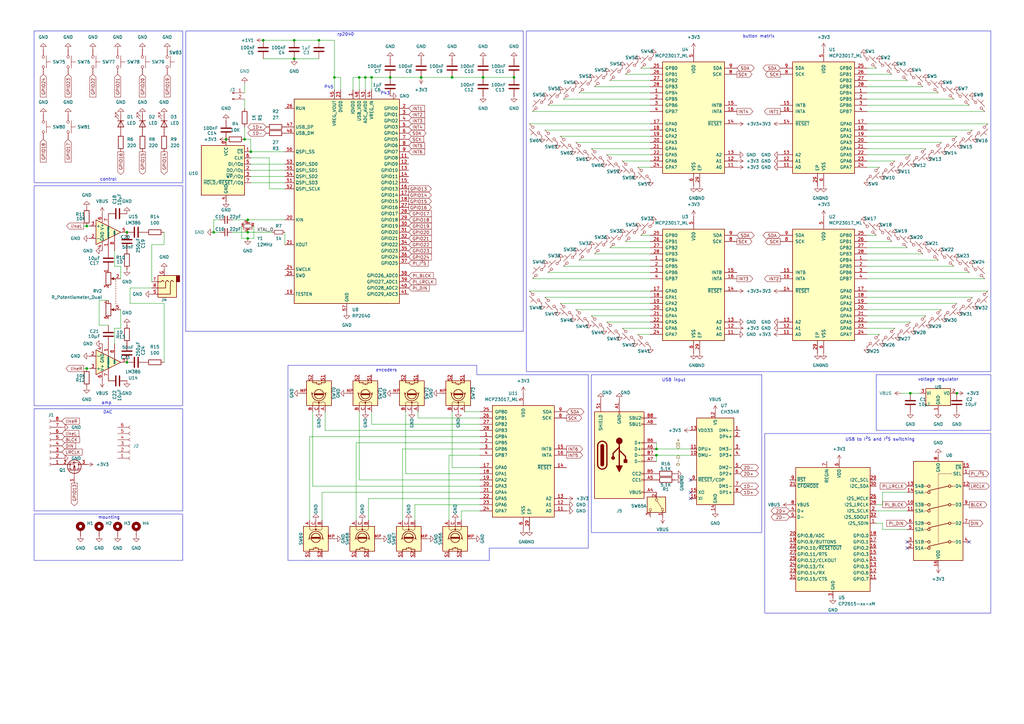
<source format=kicad_sch>
(kicad_sch (version 20250114) (generator "eeschema") (generator_version "9.0")
  (paper "A3")
  (rectangle (start 215.9 12.7) (end 406.4 152.4))
  (rectangle (start 13.97 12.7) (end 74.93 74.93))
  (rectangle (start 13.97 167.64) (end 74.93 209.55))
  (rectangle (start 242.57 153.67) (end 312.42 218.44))
  (rectangle (start 313.69 177.8) (end 406.4 251.46))
  (rectangle (start 13.97 210.82) (end 74.93 229.87))
  (rectangle (start 76.2 12.7) (end 214.63 135.89))
  (rectangle (start 13.97 76.2) (end 74.93 166.37))
  (rectangle (start 359.41 153.67) (end 406.4 176.53))
  (text "rp2040" (at 141.732 14.224 0) (effects (font (size 1.27 1.27))))
  (text "button matrix" (at 311.15 14.986 0) (effects (font (size 1.27 1.27))))
  (text "USB to I²S and I²S switching" (at 360.934 180.34 0) (effects (font (size 1.27 1.27))))
  (text "P43" (at 157.988 38.354 0) (effects (font (size 1.27 1.27))))
  (text "control" (at 44.45 73.66 0) (effects (font (size 1.27 1.27))))
  (text "amp" (at 43.688 165.354 0) (effects (font (size 1.27 1.27))))
  (text "mounting" (at 44.704 212.344 0) (effects (font (size 1.27 1.27))))
  (text "DAC" (at 44.196 169.164 0) (effects (font (size 1.27 1.27))))
  (text "encoders" (at 158.496 151.892 0) (effects (font (size 1.27 1.27))))
  (text "USB input" (at 276.352 155.956 0) (effects (font (size 1.27 1.27))))
  (text "voltage regulator" (at 384.81 155.702 0) (effects (font (size 1.27 1.27))))
  (text "P45" (at 134.874 35.814 0) (effects (font (size 1.27 1.27))))
  (junction (at 52.07 148.59))
  (junction (at 35.56 151.13))
  (junction (at 101.6 97.79))
  (junction (at 210.82 31.75))
  (junction (at 149.86 31.75))
  (junction (at 198.12 31.75))
  (junction (at 35.56 92.71))
  (junction (at 107.95 16.51))
  (junction (at 120.65 16.51))
  (junction (at 120.65 24.13))
  (junction (at 147.32 31.75))
  (junction (at 137.16 31.75))
  (junction (at 52.07 95.25))
  (junction (at 130.81 16.51))
  (junction (at 100.33 57.15))
  (junction (at 392.43 161.29))
  (junction (at 152.4 31.75))
  (junction (at 269.24 184.15))
  (junction (at 269.24 186.69))
  (junction (at 92.71 57.15))
  (junction (at 101.6 90.17))
  (junction (at 373.38 161.29))
  (junction (at 102.87 62.23))
  (junction (at 172.72 31.75))
  (junction (at 87.63 95.25))
  (junction (at 185.42 31.75))
  (junction (at 101.6 95.25))
  (junction (at 160.02 31.75))
  (no_connect (at 372.11 222.25))
  (no_connect (at 283.21 196.85))
  (no_connect (at 397.51 222.25))
  (no_connect (at 372.11 224.79))
  (no_connect (at 283.21 204.47))
  (no_connect (at 283.21 201.93))
  (wire (pts (xy 355.6 106.68) (xy 384.81 106.68)))
  (wire (pts (xy 266.7 33.02) (xy 250.19 33.02)))
  (wire (pts (xy 355.6 132.08) (xy 373.38 132.08)))
  (wire (pts (xy 184.15 186.69) (xy 184.15 213.36)))
  (wire (pts (xy 359.41 214.63) (xy 361.95 214.63)))
  (wire (pts (xy 355.6 68.58) (xy 360.68 68.58)))
  (wire (pts (xy 34.29 151.13) (xy 35.56 151.13)))
  (wire (pts (xy 355.6 60.96) (xy 379.73 60.96)))
  (wire (pts (xy 137.16 36.83) (xy 137.16 31.75)))
  (wire (pts (xy 160.02 31.75) (xy 172.72 31.75)))
  (wire (pts (xy 266.7 68.58) (xy 261.62 68.58)))
  (polyline (pts (xy 200.66 224.79) (xy 241.3 224.79)))
  (wire (pts (xy 100.33 40.64) (xy 100.33 44.45)))
  (wire (pts (xy 198.12 31.75) (xy 210.82 31.75)))
  (wire (pts (xy 102.87 67.31) (xy 116.84 67.31)))
  (polyline (pts (xy 241.3 224.79) (xy 241.3 153.67)))
  (wire (pts (xy 49.53 114.3) (xy 49.53 109.22)))
  (wire (pts (xy 355.6 35.56) (xy 378.46 35.56)))
  (wire (pts (xy 266.7 66.04) (xy 255.27 66.04)))
  (wire (pts (xy 359.41 207.01) (xy 361.95 207.01)))
  (wire (pts (xy 355.6 43.18) (xy 397.51 43.18)))
  (wire (pts (xy 170.18 213.36) (xy 170.18 207.01)))
  (wire (pts (xy 128.27 168.91) (xy 128.27 199.39)))
  (wire (pts (xy 190.5 168.91) (xy 196.85 168.91)))
  (wire (pts (xy 266.7 53.34) (xy 223.52 53.34)))
  (wire (pts (xy 170.18 207.01) (xy 196.85 207.01)))
  (wire (pts (xy 355.6 109.22) (xy 391.16 109.22)))
  (wire (pts (xy 104.14 92.71) (xy 104.14 97.79)))
  (wire (pts (xy 165.1 184.15) (xy 165.1 213.36)))
  (wire (pts (xy 355.6 30.48) (xy 365.76 30.48)))
  (wire (pts (xy 266.7 27.94) (xy 262.89 27.94)))
  (wire (pts (xy 269.24 186.69) (xy 283.21 186.69)))
  (wire (pts (xy 369.57 161.29) (xy 373.38 161.29)))
  (wire (pts (xy 355.6 119.38) (xy 405.13 119.38)))
  (wire (pts (xy 266.7 106.68) (xy 237.49 106.68)))
  (wire (pts (xy 373.38 161.29) (xy 377.19 161.29)))
  (wire (pts (xy 266.7 101.6) (xy 250.19 101.6)))
  (wire (pts (xy 266.7 45.72) (xy 218.44 45.72)))
  (wire (pts (xy 355.6 66.04) (xy 367.03 66.04)))
  (wire (pts (xy 266.7 40.64) (xy 231.14 40.64)))
  (wire (pts (xy 67.31 100.33) (xy 62.23 100.33)))
  (wire (pts (xy 40.64 133.35) (xy 40.64 123.19)))
  (wire (pts (xy 266.7 124.46) (xy 229.87 124.46)))
  (polyline (pts (xy 118.11 149.86) (xy 118.11 229.87)))
  (wire (pts (xy 46.99 140.97) (xy 46.99 134.62)))
  (wire (pts (xy 266.7 127) (xy 236.22 127)))
  (wire (pts (xy 355.6 101.6) (xy 372.11 101.6)))
  (wire (pts (xy 269.24 184.15) (xy 283.21 184.15)))
  (wire (pts (xy 102.87 69.85) (xy 116.84 69.85)))
  (wire (pts (xy 172.72 31.75) (xy 185.42 31.75)))
  (wire (pts (xy 144.78 31.75) (xy 147.32 31.75)))
  (wire (pts (xy 355.6 63.5) (xy 373.38 63.5)))
  (wire (pts (xy 100.33 34.29) (xy 100.33 38.1)))
  (wire (pts (xy 355.6 104.14) (xy 378.46 104.14)))
  (wire (pts (xy 355.6 111.76) (xy 397.51 111.76)))
  (wire (pts (xy 266.7 43.18) (xy 224.79 43.18)))
  (polyline (pts (xy 195.58 149.86) (xy 118.11 149.86)))
  (wire (pts (xy 266.7 129.54) (xy 242.57 129.54)))
  (wire (pts (xy 361.95 217.17) (xy 372.11 217.17)))
  (wire (pts (xy 127 213.36) (xy 127 179.07)))
  (wire (pts (xy 355.6 124.46) (xy 392.43 124.46)))
  (wire (pts (xy 53.34 124.46) (xy 53.34 118.11)))
  (wire (pts (xy 132.08 201.93) (xy 196.85 201.93)))
  (wire (pts (xy 355.6 33.02) (xy 372.11 33.02)))
  (wire (pts (xy 184.15 186.69) (xy 196.85 186.69)))
  (wire (pts (xy 101.6 97.79) (xy 104.14 97.79)))
  (wire (pts (xy 137.16 31.75) (xy 137.16 16.51)))
  (wire (pts (xy 99.06 97.79) (xy 101.6 97.79)))
  (wire (pts (xy 110.49 77.47) (xy 116.84 77.47)))
  (wire (pts (xy 101.6 90.17) (xy 116.84 90.17)))
  (wire (pts (xy 46.99 134.62) (xy 49.53 134.62)))
  (wire (pts (xy 185.42 31.75) (xy 198.12 31.75)))
  (wire (pts (xy 146.05 181.61) (xy 196.85 181.61)))
  (wire (pts (xy 355.6 40.64) (xy 391.16 40.64)))
  (wire (pts (xy 266.7 50.8) (xy 217.17 50.8)))
  (wire (pts (xy 266.7 104.14) (xy 243.84 104.14)))
  (wire (pts (xy 149.86 31.75) (xy 152.4 31.75)))
  (wire (pts (xy 44.45 133.35) (xy 40.64 133.35)))
  (wire (pts (xy 49.53 127) (xy 49.53 134.62)))
  (wire (pts (xy 144.78 36.83) (xy 144.78 31.75)))
  (wire (pts (xy 151.13 213.36) (xy 151.13 204.47)))
  (wire (pts (xy 166.37 194.31) (xy 196.85 194.31)))
  (wire (pts (xy 102.87 74.93) (xy 116.84 74.93)))
  (wire (pts (xy 266.7 55.88) (xy 229.87 55.88)))
  (wire (pts (xy 266.7 109.22) (xy 231.14 109.22)))
  (wire (pts (xy 266.7 119.38) (xy 217.17 119.38)))
  (wire (pts (xy 361.95 201.93) (xy 372.11 201.93)))
  (wire (pts (xy 110.49 64.77) (xy 110.49 77.47)))
  (polyline (pts (xy 241.3 153.67) (xy 195.58 153.67)))
  (wire (pts (xy 355.6 50.8) (xy 405.13 50.8)))
  (wire (pts (xy 147.32 31.75) (xy 149.86 31.75)))
  (wire (pts (xy 102.87 57.15) (xy 100.33 57.15)))
  (wire (pts (xy 171.45 171.45) (xy 196.85 171.45)))
  (wire (pts (xy 102.87 62.23) (xy 116.84 62.23)))
  (wire (pts (xy 90.17 90.17) (xy 87.63 90.17)))
  (wire (pts (xy 355.6 137.16) (xy 360.68 137.16)))
  (wire (pts (xy 361.95 214.63) (xy 361.95 217.17)))
  (wire (pts (xy 361.95 207.01) (xy 361.95 201.93)))
  (wire (pts (xy 166.37 168.91) (xy 166.37 194.31)))
  (wire (pts (xy 87.63 95.25) (xy 90.17 95.25)))
  (wire (pts (xy 67.31 124.46) (xy 53.34 124.46)))
  (wire (pts (xy 35.56 151.13) (xy 36.83 151.13)))
  (wire (pts (xy 266.7 134.62) (xy 255.27 134.62)))
  (wire (pts (xy 99.06 92.71) (xy 99.06 97.79)))
  (wire (pts (xy 266.7 99.06) (xy 256.54 99.06)))
  (wire (pts (xy 67.31 95.25) (xy 67.31 100.33)))
  (wire (pts (xy 95.25 95.25) (xy 101.6 95.25)))
  (wire (pts (xy 120.65 24.13) (xy 130.81 24.13)))
  (wire (pts (xy 355.6 121.92) (xy 398.78 121.92)))
  (wire (pts (xy 116.84 95.25) (xy 116.84 100.33)))
  (wire (pts (xy 152.4 31.75) (xy 160.02 31.75)))
  (wire (pts (xy 100.33 52.07) (xy 100.33 57.15)))
  (wire (pts (xy 151.13 204.47) (xy 196.85 204.47)))
  (wire (pts (xy 107.95 24.13) (xy 120.65 24.13)))
  (wire (pts (xy 189.23 209.55) (xy 196.85 209.55)))
  (wire (pts (xy 266.7 38.1) (xy 237.49 38.1)))
  (wire (pts (xy 269.24 181.61) (xy 269.24 184.15)))
  (wire (pts (xy 152.4 173.99) (xy 196.85 173.99)))
  (wire (pts (xy 266.7 35.56) (xy 243.84 35.56)))
  (wire (pts (xy 46.99 102.87) (xy 46.99 109.22)))
  (wire (pts (xy 133.35 168.91) (xy 133.35 176.53)))
  (wire (pts (xy 137.16 16.51) (xy 130.81 16.51)))
  (polyline (pts (xy 127 229.87) (xy 200.66 229.87)))
  (wire (pts (xy 146.05 213.36) (xy 146.05 181.61)))
  (wire (pts (xy 147.32 31.75) (xy 147.32 36.83)))
  (wire (pts (xy 266.7 58.42) (xy 236.22 58.42)))
  (wire (pts (xy 355.6 114.3) (xy 403.86 114.3)))
  (wire (pts (xy 171.45 168.91) (xy 171.45 171.45)))
  (wire (pts (xy 266.7 132.08) (xy 248.92 132.08)))
  (wire (pts (xy 152.4 168.91) (xy 152.4 173.99)))
  (wire (pts (xy 266.7 121.92) (xy 223.52 121.92)))
  (wire (pts (xy 152.4 31.75) (xy 152.4 36.83)))
  (wire (pts (xy 266.7 114.3) (xy 218.44 114.3)))
  (wire (pts (xy 185.42 191.77) (xy 196.85 191.77)))
  (wire (pts (xy 101.6 95.25) (xy 111.76 95.25)))
  (wire (pts (xy 40.64 123.19) (xy 44.45 123.19)))
  (wire (pts (xy 133.35 176.53) (xy 196.85 176.53)))
  (wire (pts (xy 102.87 64.77) (xy 110.49 64.77)))
  (wire (pts (xy 165.1 184.15) (xy 196.85 184.15)))
  (wire (pts (xy 34.29 92.71) (xy 35.56 92.71)))
  (wire (pts (xy 189.23 213.36) (xy 189.23 209.55)))
  (wire (pts (xy 355.6 53.34) (xy 398.78 53.34)))
  (wire (pts (xy 35.56 92.71) (xy 36.83 92.71)))
  (wire (pts (xy 355.6 27.94) (xy 359.41 27.94)))
  (wire (pts (xy 95.25 90.17) (xy 101.6 90.17)))
  (wire (pts (xy 139.7 36.83) (xy 139.7 31.75)))
  (wire (pts (xy 53.34 118.11) (xy 62.23 118.11)))
  (wire (pts (xy 46.99 109.22) (xy 49.53 109.22)))
  (wire (pts (xy 355.6 129.54) (xy 379.73 129.54)))
  (wire (pts (xy 355.6 58.42) (xy 386.08 58.42)))
  (wire (pts (xy 102.87 72.39) (xy 116.84 72.39)))
  (polyline (pts (xy 195.58 153.67) (xy 195.58 149.86)))
  (wire (pts (xy 266.7 137.16) (xy 261.62 137.16)))
  (wire (pts (xy 355.6 45.72) (xy 403.86 45.72)))
  (wire (pts (xy 355.6 55.88) (xy 392.43 55.88)))
  (wire (pts (xy 269.24 189.23) (xy 269.24 186.69)))
  (wire (pts (xy 355.6 127) (xy 386.08 127)))
  (wire (pts (xy 128.27 199.39) (xy 196.85 199.39)))
  (wire (pts (xy 139.7 31.75) (xy 137.16 31.75)))
  (wire (pts (xy 132.08 213.36) (xy 132.08 201.93)))
  (wire (pts (xy 355.6 38.1) (xy 384.81 38.1)))
  (wire (pts (xy 359.41 209.55) (xy 372.11 209.55)))
  (wire (pts (xy 266.7 111.76) (xy 224.79 111.76)))
  (wire (pts (xy 266.7 30.48) (xy 256.54 30.48)))
  (wire (pts (xy 130.81 16.51) (xy 120.65 16.51)))
  (wire (pts (xy 185.42 168.91) (xy 185.42 191.77)))
  (wire (pts (xy 67.31 148.59) (xy 67.31 124.46)))
  (polyline (pts (xy 118.11 229.87) (xy 127 229.87)))
  (wire (pts (xy 266.7 60.96) (xy 242.57 60.96)))
  (wire (pts (xy 102.87 62.23) (xy 102.87 57.15)))
  (wire (pts (xy 127 179.07) (xy 196.85 179.07)))
  (wire (pts (xy 62.23 100.33) (xy 62.23 115.57)))
  (wire (pts (xy 147.32 168.91) (xy 147.32 196.85)))
  (wire (pts (xy 355.6 134.62) (xy 367.03 134.62)))
  (wire (pts (xy 355.6 96.52) (xy 359.41 96.52)))
  (wire (pts (xy 355.6 99.06) (xy 365.76 99.06)))
  (polyline (pts (xy 200.66 229.87) (xy 200.66 224.79)))
  (wire (pts (xy 266.7 96.52) (xy 262.89 96.52)))
  (wire (pts (xy 147.32 196.85) (xy 196.85 196.85)))
  (wire (pts (xy 87.63 90.17) (xy 87.63 95.25)))
  (wire (pts (xy 149.86 31.75) (xy 149.86 36.83)))
  (wire (pts (xy 120.65 16.51) (xy 107.95 16.51)))
  (wire (pts (xy 266.7 63.5) (xy 248.92 63.5)))
  (label "XTAL_O" (at 105.41 95.25 0))
  (global_label "INT6" (shape output) (at 232.41 184.15 0) (property "Intersheetrefs" "${INTERSHEET_REFS}" (effects (hide yes))))
  (global_label "SDA" (shape bidirectional) (at 320.04 27.94 180) (property "Intersheetrefs" "${INTERSHEET_REFS}" (effects (hide yes))))
  (global_label "INT4" (shape input) (at 167.64 52.07 0) (property "Intersheetrefs" "${INTERSHEET_REFS}" (effects (hide yes))))
  (global_label "GPIO13" (shape output) (at 30.48 198.12 270) (property "Intersheetrefs" "${INTERSHEET_REFS}" (effects (hide yes))))
  (global_label "SDA" (shape bidirectional) (at 232.41 168.91 0) (property "Intersheetrefs" "${INTERSHEET_REFS}" (effects (hide yes))))
  (global_label "lineR" (shape input) (at 25.4 172.72 0) (property "Intersheetrefs" "${INTERSHEET_REFS}" (effects (hide yes))))
  (global_label "GPIO13" (shape output) (at 167.64 77.47 0) (property "Intersheetrefs" "${INTERSHEET_REFS}" (effects (hide yes))))
  (global_label "GPIO23" (shape input) (at 167.64 102.87 0) (property "Intersheetrefs" "${INTERSHEET_REFS}" (effects (hide yes))))
  (global_label "GPIO22" (shape input) (at 167.64 100.33 0) (property "Intersheetrefs" "${INTERSHEET_REFS}" (effects (hide yes))))
  (global_label "GPIO24" (shape input) (at 167.64 105.41 0) (property "Intersheetrefs" "${INTERSHEET_REFS}" (effects (hide yes))))
  (global_label "GPIO21" (shape input) (at 167.64 97.79 0) (property "Intersheetrefs" "${INTERSHEET_REFS}" (effects (hide yes))))
  (global_label "GPIO20" (shape input) (at 167.64 95.25 0) (property "Intersheetrefs" "${INTERSHEET_REFS}" (effects (hide yes))))
  (global_label "GPIO19" (shape input) (at 167.64 92.71 0) (property "Intersheetrefs" "${INTERSHEET_REFS}" (effects (hide yes))))
  (global_label "GPIO17" (shape input) (at 167.64 87.63 0) (property "Intersheetrefs" "${INTERSHEET_REFS}" (effects (hide yes))))
  (global_label "GPIO18" (shape input) (at 167.64 90.17 0) (property "Intersheetrefs" "${INTERSHEET_REFS}" (effects (hide yes))))
  (global_label "2D-" (shape bidirectional) (at 303.53 191.77 0) (property "Intersheetrefs" "${INTERSHEET_REFS}" (effects (hide yes))))
  (global_label "SCK" (shape output) (at 302.26 99.06 0) (property "Intersheetrefs" "${INTERSHEET_REFS}" (effects (hide yes))))
  (global_label "DIN" (shape output) (at 397.51 214.63 0) (property "Intersheetrefs" "${INTERSHEET_REFS}" (effects (hide yes))))
  (global_label "2D+" (shape bidirectional) (at 323.85 209.55 180) (property "Intersheetrefs" "${INTERSHEET_REFS}" (effects (hide yes))))
  (global_label "PI_LRCLK" (shape input) (at 167.64 115.57 0) (property "Intersheetrefs" "${INTERSHEET_REFS}" (effects (hide yes))))
  (global_label "PI_I²S" (shape input) (at 167.64 107.95 0) (property "Intersheetrefs" "${INTERSHEET_REFS}" (effects (hide yes))))
  (global_label "INT5" (shape output) (at 232.41 186.69 0) (property "Intersheetrefs" "${INTERSHEET_REFS}" (effects (hide yes))))
  (global_label "BLCK" (shape input) (at 25.4 180.34 0) (property "Intersheetrefs" "${INTERSHEET_REFS}" (effects (hide yes))))
  (global_label "SDA" (shape bidirectional) (at 302.26 96.52 0) (property "Intersheetrefs" "${INTERSHEET_REFS}" (effects (hide yes))))
  (global_label "1D+" (shape bidirectional) (at 303.53 201.93 0) (property "Intersheetrefs" "${INTERSHEET_REFS}" (effects (hide yes))))
  (global_label "lineL" (shape input) (at 25.4 177.8 0) (property "Intersheetrefs" "${INTERSHEET_REFS}" (effects (hide yes))))
  (global_label "INT2" (shape output) (at 320.04 114.3 180) (property "Intersheetrefs" "${INTERSHEET_REFS}" (effects (hide yes))))
  (global_label "LRCLK" (shape output) (at 397.51 199.39 0) (property "Intersheetrefs" "${INTERSHEET_REFS}" (effects (hide yes))))
  (global_label "GPIO18" (shape input) (at 17.78 57.15 270) (property "Intersheetrefs" "${INTERSHEET_REFS}" (effects (hide yes))))
  (global_label "GPIO14" (shape output) (at 67.31 62.23 270) (property "Intersheetrefs" "${INTERSHEET_REFS}" (effects (hide yes))))
  (global_label "GPIO15" (shape output) (at 58.42 62.23 270) (property "Intersheetrefs" "${INTERSHEET_REFS}" (effects (hide yes))))
  (global_label "GPIO16" (shape output) (at 49.53 62.23 270) (property "Intersheetrefs" "${INTERSHEET_REFS}" (effects (hide yes))))
  (global_label "GPIO17" (shape input) (at 27.94 57.15 270) (property "Intersheetrefs" "${INTERSHEET_REFS}" (effects (hide yes))))
  (global_label "PI_I²S" (shape output) (at 397.51 194.31 0) (property "Intersheetrefs" "${INTERSHEET_REFS}" (effects (hide yes))))
  (global_label "INT3" (shape input) (at 167.64 49.53 0) (property "Intersheetrefs" "${INTERSHEET_REFS}" (effects (hide yes))))
  (global_label "1D+" (shape bidirectional) (at 109.22 52.07 180) (property "Intersheetrefs" "${INTERSHEET_REFS}" (effects (hide yes))))
  (global_label "BLCK" (shape output) (at 397.51 207.01 0) (property "Intersheetrefs" "${INTERSHEET_REFS}" (effects (hide yes))))
  (global_label "2D-" (shape bidirectional) (at 323.85 212.09 180) (property "Intersheetrefs" "${INTERSHEET_REFS}" (effects (hide yes))))
  (global_label "SCK" (shape output) (at 302.26 30.48 0) (property "Intersheetrefs" "${INTERSHEET_REFS}" (effects (hide yes))))
  (global_label "PI_BLCK" (shape input) (at 167.64 113.03 0) (property "Intersheetrefs" "${INTERSHEET_REFS}" (effects (hide yes))))
  (global_label "INT4" (shape output) (at 302.26 45.72 0) (property "Intersheetrefs" "${INTERSHEET_REFS}" (effects (hide yes))))
  (global_label "INT1" (shape output) (at 320.04 45.72 180) (property "Intersheetrefs" "${INTERSHEET_REFS}" (effects (hide yes))))
  (global_label "SCK" (shape input) (at 167.64 57.15 0) (property "Intersheetrefs" "${INTERSHEET_REFS}" (effects (hide yes))))
  (global_label "SCK" (shape output) (at 232.41 171.45 0) (property "Intersheetrefs" "${INTERSHEET_REFS}" (effects (hide yes))))
  (global_label "INT2" (shape input) (at 167.64 46.99 0) (property "Intersheetrefs" "${INTERSHEET_REFS}" (effects (hide yes))))
  (global_label "INT6" (shape input) (at 167.64 62.23 0) (property "Intersheetrefs" "${INTERSHEET_REFS}" (effects (hide yes))))
  (global_label "INT1" (shape input) (at 167.64 44.45 0) (property "Intersheetrefs" "${INTERSHEET_REFS}" (effects (hide yes))))
  (global_label "PI_BLCK" (shape input) (at 372.11 207.01 180) (property "Intersheetrefs" "${INTERSHEET_REFS}" (effects (hide yes))))
  (global_label "SDA" (shape bidirectional) (at 302.26 27.94 0) (property "Intersheetrefs" "${INTERSHEET_REFS}" (effects (hide yes))))
  (global_label "PI_LRCLK" (shape input) (at 372.11 199.39 180) (property "Intersheetrefs" "${INTERSHEET_REFS}" (effects (hide yes))))
  (global_label "GPIO14" (shape output) (at 167.64 80.01 0) (property "Intersheetrefs" "${INTERSHEET_REFS}" (effects (hide yes))))
  (global_label "GPIO15" (shape output) (at 167.64 82.55 0) (property "Intersheetrefs" "${INTERSHEET_REFS}" (effects (hide yes))))
  (global_label "GPIO16" (shape output) (at 167.64 85.09 0) (property "Intersheetrefs" "${INTERSHEET_REFS}" (effects (hide yes))))
  (global_label "1D-" (shape bidirectional) (at 303.53 199.39 0) (property "Intersheetrefs" "${INTERSHEET_REFS}" (effects (hide yes))))
  (global_label "INT3" (shape output) (at 302.26 114.3 0) (property "Intersheetrefs" "${INTERSHEET_REFS}" (effects (hide yes))))
  (global_label "1D-" (shape bidirectional) (at 109.22 54.61 180) (property "Intersheetrefs" "${INTERSHEET_REFS}" (effects (hide yes))))
  (global_label "GPIO21" (shape input) (at 48.26 30.48 270) (property "Intersheetrefs" "${INTERSHEET_REFS}" (effects (hide yes))))
  (global_label "GPIO22" (shape input) (at 38.1 30.48 270) (property "Intersheetrefs" "${INTERSHEET_REFS}" (effects (hide yes))))
  (global_label "GPIO23" (shape input) (at 27.94 30.48 270) (property "Intersheetrefs" "${INTERSHEET_REFS}" (effects (hide yes))))
  (global_label "GPIO24" (shape input) (at 17.78 30.48 270) (property "Intersheetrefs" "${INTERSHEET_REFS}" (effects (hide yes))))
  (global_label "GPIO19" (shape input) (at 68.58 30.48 270) (property "Intersheetrefs" "${INTERSHEET_REFS}" (effects (hide yes))))
  (global_label "GPIO20" (shape input) (at 58.42 30.48 270) (property "Intersheetrefs" "${INTERSHEET_REFS}" (effects (hide yes))))
  (global_label "2D+" (shape bidirectional) (at 303.53 194.31 0) (property "Intersheetrefs" "${INTERSHEET_REFS}" (effects (hide yes))))
  (global_label "SCK" (shape output) (at 320.04 30.48 180) (property "Intersheetrefs" "${INTERSHEET_REFS}" (effects (hide yes))))
  (global_label "PI_DIN" (shape input) (at 167.64 118.11 0) (property "Intersheetrefs" "${INTERSHEET_REFS}" (effects (hide yes))))
  (global_label "lineR" (shape output) (at 34.29 151.13 180) (property "Intersheetrefs" "${INTERSHEET_REFS}" (effects (hide yes))))
  (global_label "INT5" (shape input) (at 167.64 59.69 0) (property "Intersheetrefs" "${INTERSHEET_REFS}" (effects (hide yes))))
  (global_label "LRCLK" (shape input) (at 25.4 185.42 0) (property "Intersheetrefs" "${INTERSHEET_REFS}" (effects (hide yes))))
  (global_label "DIN" (shape input) (at 25.4 182.88 0) (property "Intersheetrefs" "${INTERSHEET_REFS}" (effects (hide yes))))
  (global_label "SCK" (shape output) (at 320.04 99.06 180) (property "Intersheetrefs" "${INTERSHEET_REFS}" (effects (hide yes))))
  (global_label "SDA" (shape bidirectional) (at 167.64 54.61 0) (property "Intersheetrefs" "${INTERSHEET_REFS}" (effects (hide yes))))
  (global_label "SDA" (shape bidirectional) (at 320.04 96.52 180) (property "Intersheetrefs" "${INTERSHEET_REFS}" (effects (hide yes))))
  (global_label "lineL" (shape output) (at 34.29 92.71 180) (property "Intersheetrefs" "${INTERSHEET_REFS}" (effects (hide yes))))
  (global_label "PI_DIN" (shape input) (at 372.11 214.63 180) (property "Intersheetrefs" "${INTERSHEET_REFS}" (effects (hide yes))))
  (hierarchical_label "D-" (shape input) (at 278.13 186.69 270))
  (hierarchical_label "D+" (shape input) (at 278.13 184.15 90))
  (symbol (lib_id "power:GND") (at 236.22 35.56 0) (mirror x) (unit 1)
    (property "Reference" "#PWR090" (effects (hide yes)))
    (property "Value" "GND" (effects (hide yes)))
    (property "Description" "Power symbol creates a global label with name \"GND\" , ground" (effects (hide yes)))
  )
  (symbol (lib_id "Switch:SW_Push_45deg") (at 388.62 38.1 0) (unit 1)
    (property "Reference" "SW6" (at 388.62 33.782 0))
    (property "Footprint" "Button_Switch_Keyboard:SW_Cherry_MX_1.00u_PCB" (effects (hide yes)))
    (property "Description" "Push button switch, normally open, two pins, 45° tilted" (effects (hide yes)))
  )
  (symbol (lib_id "Device:C") (at 120.65 20.32 0) (unit 1)
    (property "Reference" "C4" (at 116.84 21.5901 0) (effects (justify right)))
    (property "Value" "100nF" (at 117.348 19.558 0) (effects (justify right)))
    (property "Footprint" "Capacitor_SMD:C_0805_2012Metric" (effects (hide yes)))
    (property "Description" "Unpolarized capacitor" (effects (hide yes)))
    (property "LCSC Part" "C476766" (effects (hide yes)))
  )
  (symbol (lib_id "Connector:Conn_01x08_Socket") (at 20.32 182.88 180) (unit 1)
    (property "Reference" "J1" (at 20.955 170.18 0))
    (property "Value" "Conn_01x08_Socket" (effects (hide yes)))
    (property "Footprint" "Connector_PinHeader_2.54mm:PinHeader_1x08_P2.54mm_Vertical" (effects (hide yes)))
    (property "Description" "Generic connector, single row, 01x08, script generated" (effects (hide yes)))
    (property "LCSC part" "C492407" (effects (hide yes)))
  )
  (symbol (lib_id "Switch:SW_Push_45deg") (at 226.06 124.46 180) (unit 1)
    (property "Reference" "SW47" (at 226.06 128.778 0))
    (property "Footprint" "Button_Switch_Keyboard:SW_Cherry_MX_1.00u_PCB" (effects (hide yes)))
    (property "Description" "Push button switch, normally open, two pins, 45° tilted" (effects (hide yes)))
  )
  (symbol (lib_id "Memory_Flash:W25Q128JVS") (at 92.71 69.85 0) (mirror y) (unit 1)
    (property "Reference" "U10" (at 81.28 71.1201 0) (effects (justify left)))
    (property "Value" "W25Q128JVS" (effects (hide yes)))
    (property "Footprint" "Package_SO:SOIC-8_5.3x5.3mm_P1.27mm" (effects (hide yes)))
    (property "Datasheet" "https://www.winbond.com/resource-files/w25q128jv_dtr%20revc%2003272018%20plus.pdf" (effects (hide yes)))
    (property "Description" "128Mbit / 16MiB Serial Flash Memory, Standard/Dual/Quad SPI, 2.7-3.6V, SOIC-8" (effects (hide yes)))
    (property "LCSC Part" "C97521" (effects (hide yes)))
  )
  (symbol (lib_id "power:GND") (at 393.7 58.42 0) (mirror y) (unit 1)
    (property "Reference" "#PWR018" (effects (hide yes)))
    (property "Value" "GND" (effects (hide yes)))
    (property "Description" "Power symbol creates a global label with name \"GND\" , ground" (effects (hide yes)))
  )
  (symbol (lib_id "power:GND") (at 341.63 245.11 0) (unit 1)
    (property "Reference" "#PWR097" (effects (hide yes)))
    (property "Value" "GND" (at 341.63 250.19 0))
    (property "Description" "Power symbol creates a global label with name \"GND\" , ground" (effects (hide yes)))
  )
  (symbol (lib_id "power:+3V3") (at 337.82 20.32 0) (unit 1)
    (property "Reference" "#PWR020" (effects (hide yes)))
    (property "Value" "+3V3" (at 337.82 15.24 0))
    (property "Description" "Power symbol creates a global label with name \"+3V3\"" (effects (hide yes)))
  )
  (symbol (lib_id "Switch:SW_Push_45deg") (at 220.98 111.76 0) (mirror y) (unit 1)
    (property "Reference" "SW40" (at 220.98 107.442 0))
    (property "Footprint" "Button_Switch_Keyboard:SW_Cherry_MX_1.00u_PCB" (effects (hide yes)))
    (property "Description" "Push button switch, normally open, two pins, 45° tilted" (effects (hide yes)))
  )
  (symbol (lib_id "power:GND") (at 387.35 129.54 0) (mirror y) (unit 1)
    (property "Reference" "#PWR045" (effects (hide yes)))
    (property "Value" "GND" (effects (hide yes)))
    (property "Description" "Power symbol creates a global label with name \"GND\" , ground" (effects (hide yes)))
  )
  (symbol (lib_id "power:GND") (at 62.23 120.65 270) (unit 1)
    (property "Reference" "#PWR0177" (effects (hide yes)))
    (property "Value" "GND" (at 58.42 120.6501 90) (effects (justify right)))
    (property "Description" "Power symbol creates a global label with name \"GND\" , ground" (effects (hide yes)))
  )
  (symbol (lib_id "Switch:SW_Push_45deg") (at 394.97 109.22 0) (unit 1)
    (property "Reference" "SW23" (at 394.97 104.902 0))
    (property "Footprint" "Button_Switch_Keyboard:SW_Cherry_MX_1.00u_PCB" (effects (hide yes)))
    (property "Description" "Push button switch, normally open, two pins, 45° tilted" (effects (hide yes)))
  )
  (symbol (lib_id "Switch:SW_Push_45deg") (at 232.41 58.42 180) (unit 1)
    (property "Reference" "SW62" (at 232.41 62.738 0))
    (property "Footprint" "Button_Switch_Keyboard:SW_Cherry_MX_1.00u_PCB" (effects (hide yes)))
    (property "Description" "Push button switch, normally open, two pins, 45° tilted" (effects (hide yes)))
  )
  (symbol (lib_id "Switch:SW_Push") (at 58.42 25.4 270) (unit 1)
    (property "Reference" "SW79" (at 62.23 25.3999 90) (effects (justify left)))
    (property "Value" "SW_Push" (effects (hide yes)))
    (property "Footprint" "Button_Switch_Keyboard:SW_Cherry_MX_1.00u_PCB" (effects (hide yes)))
    (property "Description" "Push button switch, generic, two pins" (effects (hide yes)))
  )
  (symbol (lib_id "power:GND") (at 260.35 139.7 0) (unit 1)
    (property "Reference" "#PWR060" (effects (hide yes)))
    (property "Value" "GND" (effects (hide yes)))
    (property "Description" "Power symbol creates a global label with name \"GND\" , ground" (effects (hide yes)))
  )
  (symbol (lib_id "power:GND") (at 52.07 156.21 0) (mirror y) (unit 1)
    (property "Reference" "#PWR0172" (effects (hide yes)))
    (property "Value" "GND" (at 52.07 161.29 0))
    (property "Description" "Power symbol creates a global label with name \"GND\" , ground" (effects (hide yes)))
  )
  (symbol (lib_id "Interface_Expansion:MCP23017_ML") (at 284.48 116.84 0) (mirror y) (unit 1)
    (property "Reference" "U3" (at 282.3367 88.9 0) (effects (justify left)))
    (property "Value" "MCP23017_ML" (at 282.3367 91.44 0) (effects (justify left)))
    (property "Footprint" "Package_DFN_QFN:QFN-28-1EP_6x6mm_P0.65mm_EP4.25x4.25mm" (effects (hide yes)))
    (property "Datasheet" "https://ww1.microchip.com/downloads/aemDocuments/documents/APID/ProductDocuments/DataSheets/MCP23017-Data-Sheet-DS20001952.pdf" (effects (hide yes)))
    (property "Description" "16-bit I/O expander, I2C, interrupts, w pull-ups, GPA/B7 output only (https://microchip.my.site.com/s/article/GPA7---GPB7-Cannot-Be-Used-as-Inputs-In-MCP23017), QFN-28" (effects (hide yes)))
    (property "LCSC Part" "C639770" (effects (hide yes)))
  )
  (symbol (lib_id "power:GND") (at 367.03 27.94 180) (unit 1)
    (property "Reference" "#PWR06" (effects (hide yes)))
    (property "Value" "GND" (effects (hide yes)))
    (property "Description" "Power symbol creates a global label with name \"GND\" , ground" (effects (hide yes)))
  )
  (symbol (lib_id "Device:C") (at 107.95 20.32 0) (unit 1)
    (property "Reference" "C5" (at 104.14 21.5901 0) (effects (justify right)))
    (property "Value" "100nF" (at 104.648 19.558 0) (effects (justify right)))
    (property "Footprint" "Capacitor_SMD:C_0805_2012Metric" (effects (hide yes)))
    (property "Description" "Unpolarized capacitor" (effects (hide yes)))
    (property "LCSC Part" "C476766" (effects (hide yes)))
  )
  (symbol (lib_id "power:GND") (at 130.81 168.91 0) (mirror y) (unit 1)
    (property "Reference" "#PWR0145" (effects (hide yes)))
    (property "Value" "GND" (at 130.81 171.45 90) (effects (justify right)))
    (property "Description" "Power symbol creates a global label with name \"GND\" , ground" (effects (hide yes)))
  )
  (symbol (lib_id "power:GND") (at 156.21 220.98 90) (mirror x) (unit 1)
    (property "Reference" "#PWR0152" (effects (hide yes)))
    (property "Value" "GND" (at 159.766 220.98 0))
    (property "Description" "Power symbol creates a global label with name \"GND\" , ground" (effects (hide yes)))
  )
  (symbol (lib_id "Device:RotaryEncoder_Switch_MP") (at 129.54 220.98 90) (mirror x) (unit 1)
    (property "Reference" "SW69" (at 123.444 220.98 0))
    (property "Value" "RotaryEncoder_Switch_MP" (effects (hide yes)))
    (property "Footprint" "Rotary_Encoder:RotaryEncoder_Alps_EC11E-Switch_Vertical_H20mm_MountingHoles" (effects (hide yes)))
    (property "Description" "Rotary encoder, dual channel, incremental quadrate outputs, with switch and MP Pin" (effects (hide yes)))
    (property "LCSC Part" "C202365" (effects (hide yes)))
  )
  (symbol (lib_id "power:GND") (at 186.69 213.36 0) (mirror x) (unit 1)
    (property "Reference" "#PWR0148" (effects (hide yes)))
    (property "Value" "GND" (at 186.69 210.82 90) (effects (justify right)))
    (property "Description" "Power symbol creates a global label with name \"GND\" , ground" (effects (hide yes)))
  )
  (symbol (lib_id "power:+1V1") (at 107.95 16.51 90) (unit 1)
    (property "Reference" "#PWR0108" (effects (hide yes)))
    (property "Value" "+1V1" (at 104.14 16.5099 90) (effects (justify left)))
    (property "Description" "Power symbol creates a global label with name \"+1V1\"" (effects (hide yes)))
  )
  (symbol (lib_id "power:GND") (at 168.91 168.91 0) (mirror y) (unit 1)
    (property "Reference" "#PWR0139" (effects (hide yes)))
    (property "Value" "GND" (at 168.91 171.45 90) (effects (justify right)))
    (property "Description" "Power symbol creates a global label with name \"GND\" , ground" (effects (hide yes)))
  )
  (symbol (lib_id "power:GND") (at 87.63 95.25 270) (unit 1)
    (property "Reference" "#PWR0126" (effects (hide yes)))
    (property "Value" "GND" (at 83.82 95.2499 90) (effects (justify right)))
  )
  (symbol (lib_id "power:GND") (at 198.12 39.37 0) (unit 1)
    (property "Reference" "#PWR0120" (effects (hide yes)))
    (property "Value" "GND" (at 198.12 44.45 0))
    (property "Description" "Power symbol creates a global label with name \"GND\" , ground" (effects (hide yes)))
  )
  (symbol (lib_id "Device:C") (at 172.72 27.94 0) (unit 1)
    (property "Reference" "C8" (at 168.91 29.2101 0) (effects (justify right)))
    (property "Value" "100nF" (at 169.418 27.178 0) (effects (justify right)))
    (property "Footprint" "Capacitor_SMD:C_0805_2012Metric" (effects (hide yes)))
    (property "Description" "Unpolarized capacitor" (effects (hide yes)))
    (property "LCSC Part" "C476766" (effects (hide yes)))
  )
  (symbol (lib_id "Device:C") (at 48.26 156.21 270) (mirror x) (unit 1)
    (property "Reference" "C22" (at 46.9899 160.02 0) (effects (justify right)))
    (property "Value" "10µF" (at 49.022 159.512 0) (effects (justify right)))
    (property "Footprint" "Capacitor_SMD:C_0805_2012Metric" (effects (hide yes)))
    (property "Description" "Unpolarized capacitor" (effects (hide yes)))
    (property "LCSC Part" "C15850" (effects (hide yes)))
  )
  (symbol (lib_id "Device:LED") (at 58.42 50.8 270) (unit 1)
    (property "Reference" "D2" (at 60.96 47.9424 90) (effects (justify left)))
    (property "Value" "LED" (at 60.96 50.4824 90) (effects (justify left)))
    (property "Footprint" "LED_SMD:LED_1206_3216Metric" (effects (hide yes)))
    (property "Description" "Light emitting diode" (effects (hide yes)))
    (property "Sim.Pins" "1=K 2=A" (effects (hide yes)))
    (property "LCSC Part" "C3646935" (effects (hide yes)))
  )
  (symbol (lib_id "power:+3V3") (at 302.26 68.58 270) (unit 1)
    (property "Reference" "#PWR076" (effects (hide yes)))
    (property "Value" "+3V3" (at 306.07 68.5799 90) (effects (justify left)))
    (property "Description" "Power symbol creates a global label with name \"+3V3\"" (effects (hide yes)))
  )
  (symbol (lib_id "Switch:SW_Push_45deg") (at 227.33 109.22 0) (mirror y) (unit 1)
    (property "Reference" "SW39" (at 227.33 104.902 0))
    (property "Footprint" "Button_Switch_Keyboard:SW_Cherry_MX_1.00u_PCB" (effects (hide yes)))
    (property "Description" "Push button switch, normally open, two pins, 45° tilted" (effects (hide yes)))
  )
  (symbol (lib_id "Device:C") (at 92.71 53.34 0) (unit 1)
    (property "Reference" "C14" (at 88.9 54.6101 0) (effects (justify right)))
    (property "Value" "100nF" (at 89.408 52.578 0) (effects (justify right)))
    (property "Footprint" "Capacitor_SMD:C_0805_2012Metric" (effects (hide yes)))
    (property "Description" "Unpolarized capacitor" (effects (hide yes)))
    (property "LCSC Part" "C476766" (effects (hide yes)))
  )
  (symbol (lib_id "power:GND") (at 400.05 55.88 0) (mirror y) (unit 1)
    (property "Reference" "#PWR019" (effects (hide yes)))
    (property "Value" "GND" (effects (hide yes)))
    (property "Description" "Power symbol creates a global label with name \"GND\" , ground" (effects (hide yes)))
  )
  (symbol (lib_id "power:GND") (at 368.3 137.16 0) (mirror y) (unit 1)
    (property "Reference" "#PWR039" (effects (hide yes)))
    (property "Value" "GND" (effects (hide yes)))
    (property "Description" "Power symbol creates a global label with name \"GND\" , ground" (effects (hide yes)))
  )
  (symbol (lib_id "power:GND") (at 228.6 58.42 0) (unit 1)
    (property "Reference" "#PWR093" (effects (hide yes)))
    (property "Value" "GND" (effects (hide yes)))
    (property "Description" "Power symbol creates a global label with name \"GND\" , ground" (effects (hide yes)))
  )
  (symbol (lib_id "power:GND") (at 27.94 46.99 180) (unit 1)
    (property "Reference" "#PWR0153" (effects (hide yes)))
    (property "Value" "GND" (at 27.94 41.91 0))
    (property "Description" "Power symbol creates a global label with name \"GND\" , ground" (effects (hide yes)))
  )
  (symbol (lib_id "Device:R") (at 113.03 54.61 270) (mirror x) (unit 1)
    (property "Reference" "R3" (at 113.03 60.96 90))
    (property "Value" "27" (at 113.03 58.42 90))
    (property "Footprint" "Resistor_SMD:R_0402_1005Metric" (effects (hide yes)))
    (property "Description" "Resistor" (effects (hide yes)))
    (property "LCSC Part" "C138021" (effects (hide yes)))
  )
  (symbol (lib_id "Interface_USB:CP2615-xx-xM") (at 341.63 217.17 0) (unit 1)
    (property "Reference" "U5" (at 343.7733 245.11 0) (effects (justify left)))
    (property "Value" "CP2615-xx-xM" (at 343.7733 247.65 0) (effects (justify left)))
    (property "Footprint" "Package_DFN_QFN:QFN-32-1EP_5x5mm_P0.5mm_EP3.3x3.3mm" (effects (hide yes)))
    (property "Datasheet" "https://www.silabs.com/documents/public/data-sheets/cp2615-datasheet.pdf" (effects (hide yes)))
    (property "Description" "USB to I2S bridge, USB 1.0 Audio Class, QFN-32" (effects (hide yes)))
    (property "LCSC Part" "C1521596" (effects (hide yes)))
  )
  (symbol (lib_id "power:GND") (at 254 137.16 0) (unit 1)
    (property "Reference" "#PWR062" (effects (hide yes)))
    (property "Value" "GND" (effects (hide yes)))
    (property "Description" "Power symbol creates a global label with name \"GND\" , ground" (effects (hide yes)))
  )
  (symbol (lib_id "power:GND") (at 266.7 73.66 0) (unit 1)
    (property "Reference" "#PWR081" (effects (hide yes)))
    (property "Value" "GND" (effects (hide yes)))
    (property "Description" "Power symbol creates a global label with name \"GND\" , ground" (effects (hide yes)))
  )
  (symbol (lib_id "power:GND") (at 379.73 101.6 180) (unit 1)
    (property "Reference" "#PWR042" (effects (hide yes)))
    (property "Value" "GND" (effects (hide yes)))
    (property "Description" "Power symbol creates a global label with name \"GND\" , ground" (effects (hide yes)))
  )
  (symbol (lib_id "power:GND") (at 172.72 24.13 180) (unit 1)
    (property "Reference" "#PWR0115" (effects (hide yes)))
    (property "Value" "GND" (at 172.72 19.05 0))
    (property "Description" "Power symbol creates a global label with name \"GND\" , ground" (effects (hide yes)))
  )
  (symbol (lib_id "Switch:SW_Push_45deg") (at 402.59 53.34 0) (mirror x) (unit 1)
    (property "Reference" "SW16" (at 402.59 57.658 0))
    (property "Footprint" "Button_Switch_Keyboard:SW_Cherry_MX_1.00u_PCB" (effects (hide yes)))
    (property "Description" "Push button switch, normally open, two pins, 45° tilted" (effects (hide yes)))
  )
  (symbol (lib_id "power:GND") (at 68.58 20.32 180) (unit 1)
    (property "Reference" "#PWR0159" (effects (hide yes)))
    (property "Value" "GND" (at 68.58 15.24 0))
    (property "Description" "Power symbol creates a global label with name \"GND\" , ground" (effects (hide yes)))
  )
  (symbol (lib_id "power:GND") (at 101.6 97.79 0) (unit 1)
    (property "Reference" "#PWR0127" (effects (hide yes)))
    (property "Value" "GND" (at 101.6 102.87 0))
  )
  (symbol (lib_id "power:GND") (at 33.02 219.71 0) (unit 1)
    (property "Reference" "#PWR0182" (effects (hide yes)))
    (property "Value" "GND" (at 33.02 224.79 0))
    (property "Description" "Power symbol creates a global label with name \"GND\" , ground" (effects (hide yes)))
  )
  (symbol (lib_id "Interface_USB:CH334R") (at 293.37 189.23 0) (unit 1)
    (property "Reference" "U7" (at 295.5133 166.37 0) (effects (justify left)))
    (property "Value" "CH334R" (at 295.5133 168.91 0) (effects (justify left)))
    (property "Footprint" "Package_SO:QSOP-16_3.9x4.9mm_P0.635mm" (effects (hide yes)))
    (property "Datasheet" "https://www.wch-ic.com/downloads/file/327.html" (effects (hide yes)))
    (property "Description" "USB HUB controller, UART, QSOP-16" (effects (hide yes)))
    (property "LCSC Part" "C4154405" (effects (hide yes)))
  )
  (symbol (lib_id "Switch:SW_Push_45deg") (at 383.54 129.54 0) (mirror x) (unit 1)
    (property "Reference" "SW29" (at 383.54 133.858 0))
    (property "Footprint" "Button_Switch_Keyboard:SW_Cherry_MX_1.00u_PCB" (effects (hide yes)))
    (property "Description" "Push button switch, normally open, two pins, 45° tilted" (effects (hide yes)))
  )
  (symbol (lib_id "power:GND") (at 180.34 161.29 270) (mirror x) (unit 1)
    (property "Reference" "#PWR0135" (effects (hide yes)))
    (property "Value" "GND" (at 176.784 161.29 0))
    (property "Description" "Power symbol creates a global label with name \"GND\" , ground" (effects (hide yes)))
  )
  (symbol (lib_id "power:GND") (at 287.02 144.78 0) (mirror y) (unit 1)
    (property "Reference" "#PWR054" (effects (hide yes)))
    (property "Value" "GND" (at 287.02 149.86 0))
    (property "Description" "Power symbol creates a global label with name \"GND\" , ground" (effects (hide yes)))
  )
  (symbol (lib_id "power:GND") (at 248.92 30.48 0) (mirror x) (unit 1)
    (property "Reference" "#PWR086" (effects (hide yes)))
    (property "Value" "GND" (effects (hide yes)))
    (property "Description" "Power symbol creates a global label with name \"GND\" , ground" (effects (hide yes)))
  )
  (symbol (lib_id "Switch:SW_Push_45deg") (at 363.22 96.52 0) (unit 1)
    (property "Reference" "SW18" (at 363.22 92.202 0))
    (property "Footprint" "Button_Switch_Keyboard:SW_Cherry_MX_1.00u_PCB" (effects (hide yes)))
    (property "Description" "Push button switch, normally open, two pins, 45° tilted" (effects (hide yes)))
  )
  (symbol (lib_id "Switch:SW_Push_45deg") (at 265.43 25.4 0) (mirror y) (unit 1)
    (property "Reference" "SW49" (at 265.43 21.082 0))
    (property "Footprint" "Button_Switch_Keyboard:SW_Cherry_MX_1.00u_PCB" (effects (hide yes)))
    (property "Description" "Push button switch, normally open, two pins, 45° tilted" (effects (hide yes)))
  )
  (symbol (lib_id "Switch:SW_Push_45deg") (at 246.38 33.02 0) (mirror y) (unit 1)
    (property "Reference" "SW52" (at 246.38 28.702 0))
    (property "Footprint" "Button_Switch_Keyboard:SW_Cherry_MX_1.00u_PCB" (effects (hide yes)))
    (property "Description" "Push button switch, normally open, two pins, 45° tilted" (effects (hide yes)))
  )
  (symbol (lib_id "power:GND") (at 381 63.5 0) (mirror y) (unit 1)
    (property "Reference" "#PWR016" (effects (hide yes)))
    (property "Value" "GND" (effects (hide yes)))
    (property "Description" "Power symbol creates a global label with name \"GND\" , ground" (effects (hide yes)))
  )
  (symbol (lib_id "power:GND") (at 17.78 20.32 180) (unit 1)
    (property "Reference" "#PWR0134" (effects (hide yes)))
    (property "Value" "GND" (at 17.78 15.24 0))
    (property "Description" "Power symbol creates a global label with name \"GND\" , ground" (effects (hide yes)))
  )
  (symbol (lib_id "power:GND") (at 234.95 129.54 0) (unit 1)
    (property "Reference" "#PWR068" (effects (hide yes)))
    (property "Value" "GND" (effects (hide yes)))
    (property "Description" "Power symbol creates a global label with name \"GND\" , ground" (effects (hide yes)))
  )
  (symbol (lib_id "power:GND") (at 210.82 24.13 180) (unit 1)
    (property "Reference" "#PWR0118" (effects (hide yes)))
    (property "Value" "GND" (at 210.82 19.05 0))
    (property "Description" "Power symbol creates a global label with name \"GND\" , ground" (effects (hide yes)))
  )
  (symbol (lib_id "power:GND") (at 355.6 142.24 0) (mirror y) (unit 1)
    (property "Reference" "#PWR035" (effects (hide yes)))
    (property "Value" "GND" (effects (hide yes)))
    (property "Description" "Power symbol creates a global label with name \"GND\" , ground" (effects (hide yes)))
  )
  (symbol (lib_id "Device:R") (at 49.53 58.42 180) (unit 1)
    (property "Reference" "R6" (at 52.07 57.1499 0) (effects (justify right)))
    (property "Value" "220" (at 52.07 59.6899 0) (effects (justify right)))
    (property "Footprint" "Resistor_SMD:R_0402_1005Metric" (effects (hide yes)))
    (property "Description" "Resistor" (effects (hide yes)))
    (property "LCSC Part" "C112291" (effects (hide yes)))
  )
  (symbol (lib_id "power:GND") (at 320.04 134.62 270) (unit 1)
    (property "Reference" "#PWR010" (effects (hide yes)))
    (property "Value" "GND" (at 316.23 134.6199 90) (effects (justify right)))
    (property "Description" "Power symbol creates a global label with name \"GND\" , ground" (effects (hide yes)))
  )
  (symbol (lib_id "power:+3V3") (at 337.82 88.9 0) (unit 1)
    (property "Reference" "#PWR032" (effects (hide yes)))
    (property "Value" "+3V3" (at 337.82 83.82 0))
    (property "Description" "Power symbol creates a global label with name \"+3V3\"" (effects (hide yes)))
  )
  (symbol (lib_id "Transistor_FET:AO3401A") (at 30.48 193.04 270) (mirror x) (unit 1)
    (property "Reference" "Q1" (at 25.654 192.786 90))
    (property "Value" "AO3401A" (effects (hide yes)))
    (property "Footprint" "Package_TO_SOT_SMD:SOT-23" (effects (hide yes)))
    (property "Datasheet" "http://www.aosmd.com/pdfs/datasheet/AO3401A.pdf" (effects (hide yes)))
    (property "Description" "-4.0A Id, -30V Vds, P-Channel MOSFET, SOT-23" (effects (hide yes)))
    (property "LCSC Part" "C15127" (effects (hide yes)))
  )
  (symbol (lib_id "power:GND") (at 276.86 194.31 90) (mirror x) (unit 1)
    (property "Reference" "#PWR0178" (effects (hide yes)))
    (property "Value" "GND" (at 279.654 196.85 0))
    (property "Description" "Power symbol creates a global label with name \"GND\" , ground" (effects (hide yes)))
  )
  (symbol (lib_id "power:GND") (at 160.02 24.13 180) (unit 1)
    (property "Reference" "#PWR0114" (effects (hide yes)))
    (property "Value" "GND" (at 160.02 19.05 0))
    (property "Description" "Power symbol creates a global label with name \"GND\" , ground" (effects (hide yes)))
  )
  (symbol (lib_id "Switch:SW_Push_45deg") (at 227.33 40.64 0) (mirror y) (unit 1)
    (property "Reference" "SW55" (at 227.33 36.322 0))
    (property "Footprint" "Button_Switch_Keyboard:SW_Cherry_MX_1.00u_PCB" (effects (hide yes)))
    (property "Description" "Push button switch, normally open, two pins, 45° tilted" (effects (hide yes)))
  )
  (symbol (lib_id "Switch:SW_Push_45deg") (at 388.62 106.68 0) (unit 1)
    (property "Reference" "SW22" (at 388.62 102.362 0))
    (property "Footprint" "Button_Switch_Keyboard:SW_Cherry_MX_1.00u_PCB" (effects (hide yes)))
    (property "Description" "Push button switch, normally open, two pins, 45° tilted" (effects (hide yes)))
  )
  (symbol (lib_id "Interface_Expansion:MCP23017_ML") (at 337.82 116.84 0) (unit 1)
    (property "Reference" "U2" (at 339.9633 88.9 0) (effects (justify left)))
    (property "Value" "MCP23017_ML" (at 339.9633 91.44 0) (effects (justify left)))
    (property "Footprint" "Package_DFN_QFN:QFN-28-1EP_6x6mm_P0.65mm_EP4.25x4.25mm" (effects (hide yes)))
    (property "Datasheet" "https://ww1.microchip.com/downloads/aemDocuments/documents/APID/ProductDocuments/DataSheets/MCP23017-Data-Sheet-DS20001952.pdf" (effects (hide yes)))
    (property "Description" "16-bit I/O expander, I2C, interrupts, w pull-ups, GPA/B7 output only (https://microchip.my.site.com/s/article/GPA7---GPB7-Cannot-Be-Used-as-Inputs-In-MCP23017), QFN-28" (effects (hide yes)))
    (property "LCSC Part" "C639770" (effects (hide yes)))
  )
  (symbol (lib_id "Device:C") (at 55.88 148.59 90) (mirror x) (unit 1)
    (property "Reference" "C24" (at 58.674 145.796 0) (effects (justify right)))
    (property "Value" "250µF" (at 56.6419 146.304 0) (effects (justify right)))
    (property "Footprint" "Capacitor_SMD:C_1206_3216Metric" (effects (hide yes)))
    (property "Description" "Unpolarized capacitor" (effects (hide yes)))
    (property "LCSC Part" "C412252" (effects (hide yes)))
  )
  (symbol (lib_id "power:GND") (at 167.64 213.36 0) (mirror x) (unit 1)
    (property "Reference" "#PWR0151" (effects (hide yes)))
    (property "Value" "GND" (at 167.64 210.82 90) (effects (justify right)))
    (property "Description" "Power symbol creates a global label with name \"GND\" , ground" (effects (hide yes)))
  )
  (symbol (lib_id "Device:C") (at 185.42 27.94 0) (unit 1)
    (property "Reference" "C9" (at 181.61 29.2101 0) (effects (justify right)))
    (property "Value" "100nF" (at 182.118 27.178 0) (effects (justify right)))
    (property "Footprint" "Capacitor_SMD:C_0805_2012Metric" (effects (hide yes)))
    (property "Description" "Unpolarized capacitor" (effects (hide yes)))
    (property "LCSC Part" "C476766" (effects (hide yes)))
  )
  (symbol (lib_id "power:GND") (at 232.41 209.55 90) (unit 1)
    (property "Reference" "#PWR0130" (effects (hide yes)))
    (property "Value" "GND" (at 236.22 209.5499 90) (effects (justify right)))
    (property "Description" "Power symbol creates a global label with name \"GND\" , ground" (effects (hide yes)))
  )
  (symbol (lib_id "power:GND") (at 48.26 20.32 180) (unit 1)
    (property "Reference" "#PWR0144" (effects (hide yes)))
    (property "Value" "GND" (at 48.26 15.24 0))
    (property "Description" "Power symbol creates a global label with name \"GND\" , ground" (effects (hide yes)))
  )
  (symbol (lib_id "Switch:SW_Push") (at 17.78 52.07 270) (unit 1)
    (property "Reference" "SW80" (at 21.59 52.0699 90) (effects (justify left)))
    (property "Value" "SW_Push" (effects (hide yes)))
    (property "Footprint" "Button_Switch_Keyboard:SW_Cherry_MX_1.00u_PCB" (effects (hide yes)))
    (property "Description" "Push button switch, generic, two pins" (effects (hide yes)))
  )
  (symbol (lib_id "power:GND") (at 261.62 93.98 0) (mirror x) (unit 1)
    (property "Reference" "#PWR059" (effects (hide yes)))
    (property "Value" "GND" (effects (hide yes)))
    (property "Description" "Power symbol creates a global label with name \"GND\" , ground" (effects (hide yes)))
  )
  (symbol (lib_id "Device:C") (at 52.07 144.78 0) (mirror x) (unit 1)
    (property "Reference" "C23" (at 53.34 146.558 0) (effects (justify right)))
    (property "Value" "50nF" (at 54.864 142.494 0) (effects (justify right)))
    (property "Footprint" "Capacitor_SMD:C_0805_2012Metric" (effects (hide yes)))
    (property "Description" "Unpolarized capacitor" (effects (hide yes)))
    (property "LCSC Part" "C107154" (effects (hide yes)))
  )
  (symbol (lib_id "power:GND") (at 92.71 82.55 0) (unit 1)
    (property "Reference" "#PWR0121" (effects (hide yes)))
    (property "Value" "GND" (at 92.71 86.106 0))
    (property "Description" "Power symbol creates a global label with name \"GND\" , ground" (effects (hide yes)))
  )
  (symbol (lib_id "power:GND") (at 214.63 217.17 0) (unit 1)
    (property "Reference" "#PWR0132" (effects (hide yes)))
    (property "Value" "GND" (at 214.63 222.25 0))
    (property "Description" "Power symbol creates a global label with name \"GND\" , ground" (effects (hide yes)))
  )
  (symbol (lib_id "Device:R") (at 67.31 58.42 180) (unit 1)
    (property "Reference" "R9" (at 69.85 57.1499 0) (effects (justify right)))
    (property "Value" "220" (at 69.85 59.6899 0) (effects (justify right)))
    (property "Footprint" "Resistor_SMD:R_0402_1005Metric" (effects (hide yes)))
    (property "Description" "Resistor" (effects (hide yes)))
    (property "LCSC Part" "C112291" (effects (hide yes)))
  )
  (symbol (lib_id "Switch:SW_Push_45deg") (at 377.19 132.08 0) (mirror x) (unit 1)
    (property "Reference" "SW28" (at 377.19 136.398 0))
    (property "Footprint" "Button_Switch_Keyboard:SW_Cherry_MX_1.00u_PCB" (effects (hide yes)))
    (property "Description" "Push button switch, normally open, two pins, 45° tilted" (effects (hide yes)))
  )
  (symbol (lib_id "power:GND") (at 41.91 102.87 270) (unit 1)
    (property "Reference" "#PWR0163" (effects (hide yes)))
    (property "Value" "GND" (at 38.1 102.8699 90) (effects (justify right)))
    (property "Description" "Power symbol creates a global label with name \"GND\" , ground" (effects (hide yes)))
  )
  (symbol (lib_id "Switch:SW_Push_45deg") (at 245.11 63.5 180) (unit 1)
    (property "Reference" "SW60" (at 245.11 67.818 0))
    (property "Footprint" "Button_Switch_Keyboard:SW_Cherry_MX_1.00u_PCB" (effects (hide yes)))
    (property "Description" "Push button switch, normally open, two pins, 45° tilted" (effects (hide yes)))
  )
  (symbol (lib_id "power:GND") (at 129.54 213.36 0) (mirror x) (unit 1)
    (property "Reference" "#PWR0157" (effects (hide yes)))
    (property "Value" "GND" (at 129.54 210.82 90) (effects (justify right)))
    (property "Description" "Power symbol creates a global label with name \"GND\" , ground" (effects (hide yes)))
  )
  (symbol (lib_id "power:GND") (at 161.29 161.29 270) (mirror x) (unit 1)
    (property "Reference" "#PWR0137" (effects (hide yes)))
    (property "Value" "GND" (at 157.734 161.29 0))
    (property "Description" "Power symbol creates a global label with name \"GND\" , ground" (effects (hide yes)))
  )
  (symbol (lib_id "power:GND") (at 320.04 63.5 270) (unit 1)
    (property "Reference" "#PWR023" (effects (hide yes)))
    (property "Value" "GND" (at 316.23 63.4999 90) (effects (justify right)))
    (property "Description" "Power symbol creates a global label with name \"GND\" , ground" (effects (hide yes)))
  )
  (symbol (lib_id "power:GND") (at 266.7 142.24 0) (unit 1)
    (property "Reference" "#PWR058" (effects (hide yes)))
    (property "Value" "GND" (effects (hide yes)))
    (property "Description" "Power symbol creates a global label with name \"GND\" , ground" (effects (hide yes)))
  )
  (symbol (lib_id "Device:RotaryEncoder_Switch_MP") (at 130.81 161.29 270) (mirror x) (unit 1)
    (property "Reference" "SW70" (at 136.906 161.29 0))
    (property "Value" "RotaryEncoder_Switch_MP" (effects (hide yes)))
    (property "Footprint" "Rotary_Encoder:RotaryEncoder_Alps_EC11E-Switch_Vertical_H20mm_MountingHoles" (effects (hide yes)))
    (property "Description" "Rotary encoder, dual channel, incremental quadrate outputs, with switch and MP Pin" (effects (hide yes)))
    (property "LCSC Part" "C202365" (effects (hide yes)))
  )
  (symbol (lib_id "power:GND") (at 267.97 22.86 0) (mirror x) (unit 1)
    (property "Reference" "#PWR080" (effects (hide yes)))
    (property "Value" "GND" (effects (hide yes)))
    (property "Description" "Power symbol creates a global label with name \"GND\" , ground" (effects (hide yes)))
  )
  (symbol (lib_id "Interface_Expansion:MCP23017_ML") (at 284.48 48.26 0) (mirror y) (unit 1)
    (property "Reference" "U4" (at 282.3367 20.32 0) (effects (justify left)))
    (property "Value" "MCP23017_ML" (at 282.3367 22.86 0) (effects (justify left)))
    (property "Footprint" "Package_DFN_QFN:QFN-28-1EP_6x6mm_P0.65mm_EP4.25x4.25mm" (effects (hide yes)))
    (property "Datasheet" "https://ww1.microchip.com/downloads/aemDocuments/documents/APID/ProductDocuments/DataSheets/MCP23017-Data-Sheet-DS20001952.pdf" (effects (hide yes)))
    (property "Description" "16-bit I/O expander, I2C, interrupts, w pull-ups, GPA/B7 output only (https://microchip.my.site.com/s/article/GPA7---GPB7-Cannot-Be-Used-as-Inputs-In-MCP23017), QFN-28" (effects (hide yes)))
    (property "LCSC Part" "C639770" (effects (hide yes)))
  )
  (symbol (lib_id "power:GND") (at 361.95 139.7 0) (mirror y) (unit 1)
    (property "Reference" "#PWR037" (effects (hide yes)))
    (property "Value" "GND" (effects (hide yes)))
    (property "Description" "Power symbol creates a global label with name \"GND\" , ground" (effects (hide yes)))
  )
  (symbol (lib_id "power:GND") (at 255.27 27.94 0) (mirror x) (unit 1)
    (property "Reference" "#PWR084" (effects (hide yes)))
    (property "Value" "GND" (effects (hide yes)))
    (property "Description" "Power symbol creates a global label with name \"GND\" , ground" (effects (hide yes)))
  )
  (symbol (lib_id "Switch:SW_Push") (at 17.78 25.4 270) (unit 1)
    (property "Reference" "SW75" (at 21.59 25.3999 90) (effects (justify left)))
    (property "Value" "SW_Push" (effects (hide yes)))
    (property "Footprint" "Button_Switch_Keyboard:SW_Cherry_MX_1.00u_PCB" (effects (hide yes)))
    (property "Description" "Push button switch, generic, two pins" (effects (hide yes)))
  )
  (symbol (lib_id "Device:R") (at 96.52 57.15 90) (mirror x) (unit 1)
    (property "Reference" "R4" (at 96.52 50.8 90))
    (property "Value" "10K" (at 96.52 53.34 90))
    (property "Footprint" "Resistor_SMD:R_0402_1005Metric" (effects (hide yes)))
    (property "Description" "Resistor" (effects (hide yes)))
  )
  (symbol (lib_id "Device:C") (at 48.26 87.63 270) (unit 1)
    (property "Reference" "C18" (at 46.9899 83.82 0) (effects (justify right)))
    (property "Value" "10µF" (at 49.022 84.328 0) (effects (justify right)))
    (property "Footprint" "Capacitor_SMD:C_0805_2012Metric" (effects (hide yes)))
    (property "Description" "Unpolarized capacitor" (effects (hide yes)))
    (property "LCSC Part" "C15850" (effects (hide yes)))
  )
  (symbol (lib_id "Device:RotaryEncoder_Switch_MP") (at 187.96 161.29 270) (mirror x) (unit 1)
    (property "Reference" "SW73" (at 194.056 161.29 0))
    (property "Value" "RotaryEncoder_Switch_MP" (effects (hide yes)))
    (property "Footprint" "Rotary_Encoder:RotaryEncoder_Alps_EC11E-Switch_Vertical_H20mm_MountingHoles" (effects (hide yes)))
    (property "Description" "Rotary encoder, dual channel, incremental quadrate outputs, with switch and MP Pin" (effects (hide yes)))
    (property "LCSC Part" "C202365" (effects (hide yes)))
  )
  (symbol (lib_id "power:GND") (at 284.48 144.78 0) (mirror y) (unit 1)
    (property "Reference" "#PWR056" (effects (hide yes)))
    (property "Value" "GND" (at 284.48 149.86 0))
    (property "Description" "Power symbol creates a global label with name \"GND\" , ground" (effects (hide yes)))
  )
  (symbol (lib_id "power:GND") (at 361.95 71.12 0) (mirror y) (unit 1)
    (property "Reference" "#PWR013" (effects (hide yes)))
    (property "Value" "GND" (effects (hide yes)))
    (property "Description" "Power symbol creates a global label with name \"GND\" , ground" (effects (hide yes)))
  )
  (symbol (lib_id "Device:C_Small") (at 92.71 95.25 90) (unit 1)
    (property "Reference" "C16" (at 90.17 93.98 90))
    (property "Value" "22pF" (at 96.52 93.98 90))
    (property "Footprint" "Capacitor_SMD:C_0805_2012Metric" (effects (hide yes)))
    (property "LCSC" "C1804" (effects (hide yes)))
  )
  (symbol (lib_id "Switch:SW_Push_45deg") (at 220.98 43.18 0) (mirror y) (unit 1)
    (property "Reference" "SW56" (at 220.98 38.862 0))
    (property "Footprint" "Button_Switch_Keyboard:SW_Cherry_MX_1.00u_PCB" (effects (hide yes)))
    (property "Description" "Push button switch, normally open, two pins, 45° tilted" (effects (hide yes)))
  )
  (symbol (lib_id "power:GND") (at 137.16 220.98 90) (mirror x) (unit 1)
    (property "Reference" "#PWR0155" (effects (hide yes)))
    (property "Value" "GND" (at 140.716 220.98 0))
    (property "Description" "Power symbol creates a global label with name \"GND\" , ground" (effects (hide yes)))
  )
  (symbol (lib_id "Amplifier_Audio:LM386") (at 44.45 95.25 0) (unit 1)
    (property "Reference" "U15" (at 54.61 88.8298 0))
    (property "Value" "LM386" (at 54.61 91.3698 0))
    (property "Footprint" "Package_SO:SOIC-8_3.9x4.9mm_P1.27mm" (effects (hide yes)))
    (property "Datasheet" "http://www.ti.com/lit/ds/symlink/lm386.pdf" (effects (hide yes)))
    (property "Description" "Low Voltage Audio Power Amplifier, DIP-8/SOIC-8/SSOP-8" (effects (hide yes)))
    (property "LCSC Part" "C23573" (effects (hide yes)))
  )
  (symbol (lib_id "Device:R") (at 63.5 95.25 270) (unit 1)
    (property "Reference" "R14" (at 63.5 88.9 90))
    (property "Value" "100" (at 63.5 91.44 90))
    (property "Footprint" "Resistor_SMD:R_0402_1005Metric" (effects (hide yes)))
    (property "Description" "Resistor" (effects (hide yes)))
    (property "LCSC Part" "C106232" (effects (hide yes)))
  )
  (symbol (lib_id "power:GND") (at 335.28 76.2 0) (unit 1)
    (property "Reference" "#PWR022" (effects (hide yes)))
    (property "Value" "GND" (at 335.28 81.28 0))
    (property "Description" "Power symbol creates a global label with name \"GND\" , ground" (effects (hide yes)))
  )
  (symbol (lib_id "Connector_Audio:AudioJack3_Ground") (at 67.31 118.11 180) (unit 1)
    (property "Reference" "J4" (at 67.31 122.936 0))
    (property "Value" "AudioJack3_Ground" (effects (hide yes)))
    (property "Footprint" "Connector_Audio:Jack_3.5mm_CUI_SJ1-3524N_Horizontal" (effects (hide yes)))
    (property "Description" "Audio Jack, 3 Poles (Stereo / TRS), Grounded Sleeve" (effects (hide yes)))
    (property "LCSC Part" "C4992816" (effects (hide yes)))
  )
  (symbol (lib_id "Mechanical:MountingHole_Pad") (at 33.02 217.17 0) (unit 1) (in_bom no)
    (property "Reference" "H1" (at 35.56 214.6299 0) (effects (justify left)))
    (property "Value" "MountingHole_Pad" (effects (hide yes)))
    (property "Footprint" "MountingHole:MountingHole_3.2mm_M3_Pad_TopOnly" (effects (hide yes)))
    (property "Description" "Mounting Hole with connection" (effects (hide yes)))
  )
  (symbol (lib_id "power:+3V3") (at 320.04 119.38 90) (unit 1)
    (property "Reference" "#PWR08" (effects (hide yes)))
    (property "Value" "+3V3" (at 316.23 119.3799 90) (effects (justify left)))
    (property "Description" "Power symbol creates a global label with name \"+3V3\"" (effects (hide yes)))
  )
  (symbol (lib_id "power:GND") (at 374.65 134.62 0) (mirror y) (unit 1)
    (property "Reference" "#PWR041" (effects (hide yes)))
    (property "Value" "GND" (effects (hide yes)))
    (property "Description" "Power symbol creates a global label with name \"GND\" , ground" (effects (hide yes)))
  )
  (symbol (lib_id "Device:C") (at 373.38 165.1 180) (unit 1)
    (property "Reference" "C1" (at 377.19 163.8299 0) (effects (justify right)))
    (property "Value" "10µF" (at 376.682 165.862 0) (effects (justify right)))
    (property "Footprint" "Capacitor_SMD:C_0805_2012Metric" (effects (hide yes)))
    (property "Description" "Unpolarized capacitor" (effects (hide yes)))
    (property "LCSC Part" "C15850" (effects (hide yes)))
  )
  (symbol (lib_id "Device:C") (at 210.82 27.94 0) (unit 1)
    (property "Reference" "C11" (at 207.01 29.2101 0) (effects (justify right)))
    (property "Value" "100nF" (at 207.518 27.178 0) (effects (justify right)))
    (property "Footprint" "Capacitor_SMD:C_0805_2012Metric" (effects (hide yes)))
    (property "Description" "Unpolarized capacitor" (effects (hide yes)))
    (property "LCSC Part" "C476766" (effects (hide yes)))
  )
  (symbol (lib_id "power:+3V3") (at 302.26 50.8 270) (mirror x) (unit 1)
    (property "Reference" "#PWR073" (effects (hide yes)))
    (property "Value" "+3V3" (at 306.07 50.7999 90) (effects (justify left)))
    (property "Description" "Power symbol creates a global label with name \"+3V3\"" (effects (hide yes)))
  )
  (symbol (lib_id "power:GND") (at 302.26 132.08 90) (mirror x) (unit 1)
    (property "Reference" "#PWR051" (effects (hide yes)))
    (property "Value" "GND" (at 306.07 132.0799 90) (effects (justify right)))
    (property "Description" "Power symbol creates a global label with name \"GND\" , ground" (effects (hide yes)))
  )
  (symbol (lib_id "Switch:SW_Push_45deg") (at 356.87 93.98 0) (unit 1)
    (property "Reference" "SW17" (at 356.87 89.662 0))
    (property "Footprint" "Button_Switch_Keyboard:SW_Cherry_MX_1.00u_PCB" (effects (hide yes)))
    (property "Description" "Push button switch, normally open, two pins, 45° tilted" (effects (hide yes)))
  )
  (symbol (lib_id "Device:C") (at 130.81 20.32 0) (unit 1)
    (property "Reference" "C3" (at 127 21.5901 0) (effects (justify right)))
    (property "Value" "1µF" (at 127.508 19.558 0) (effects (justify right)))
    (property "Footprint" "Capacitor_SMD:C_0805_2012Metric" (effects (hide yes)))
    (property "Description" "Unpolarized capacitor" (effects (hide yes)))
    (property "LCSC Part" "C28323" (effects (hide yes)))
  )
  (symbol (lib_id "power:GND") (at 392.43 38.1 180) (unit 1)
    (property "Reference" "#PWR029" (effects (hide yes)))
    (property "Value" "GND" (effects (hide yes)))
    (property "Description" "Power symbol creates a global label with name \"GND\" , ground" (effects (hide yes)))
  )
  (symbol (lib_id "power:GND") (at 360.68 25.4 180) (unit 1)
    (property "Reference" "#PWR05" (effects (hide yes)))
    (property "Value" "GND" (effects (hide yes)))
    (property "Description" "Power symbol creates a global label with name \"GND\" , ground" (effects (hide yes)))
  )
  (symbol (lib_id "Device:C") (at 55.88 95.25 90) (unit 1)
    (property "Reference" "C19" (at 58.674 98.044 0) (effects (justify right)))
    (property "Value" "250µF" (at 56.6419 97.536 0) (effects (justify right)))
    (property "Footprint" "Capacitor_SMD:C_1206_3216Metric" (effects (hide yes)))
    (property "Description" "Unpolarized capacitor" (effects (hide yes)))
  )
  (symbol (lib_id "Device:R") (at 52.07 137.16 0) (mirror x) (unit 1)
    (property "Reference" "R13" (at 47.498 138.176 0) (effects (justify left)))
    (property "Value" "10" (at 47.752 136.398 0) (effects (justify left)))
    (property "Footprint" "Resistor_SMD:R_0402_1005Metric" (effects (hide yes)))
    (property "Description" "Resistor" (effects (hide yes)))
    (property "LCSC Part" "C138066" (effects (hide yes)))
  )
  (symbol (lib_id "power:GND") (at 260.35 71.12 0) (unit 1)
    (property "Reference" "#PWR083" (effects (hide yes)))
    (property "Value" "GND" (effects (hide yes)))
    (property "Description" "Power symbol creates a global label with name \"GND\" , ground" (effects (hide yes)))
  )
  (symbol (lib_id "Switch:SW_Push_45deg") (at 401.32 43.18 0) (unit 1)
    (property "Reference" "SW8" (at 401.32 38.862 0))
    (property "Footprint" "Button_Switch_Keyboard:SW_Cherry_MX_1.00u_PCB" (effects (hide yes)))
    (property "Description" "Push button switch, normally open, two pins, 45° tilted" (effects (hide yes)))
  )
  (symbol (lib_id "power:GND") (at 149.86 168.91 0) (mirror y) (unit 1)
    (property "Reference" "#PWR0142" (effects (hide yes)))
    (property "Value" "GND" (at 149.86 171.45 90) (effects (justify right)))
    (property "Description" "Power symbol creates a global label with name \"GND\" , ground" (effects (hide yes)))
  )
  (symbol (lib_id "power:GND") (at 241.3 63.5 0) (unit 1)
    (property "Reference" "#PWR089" (effects (hide yes)))
    (property "Value" "GND" (effects (hide yes)))
    (property "Description" "Power symbol creates a global label with name \"GND\" , ground" (effects (hide yes)))
  )
  (symbol (lib_id "power:GND") (at 241.3 132.08 0) (unit 1)
    (property "Reference" "#PWR066" (effects (hide yes)))
    (property "Value" "GND" (effects (hide yes)))
    (property "Description" "Power symbol creates a global label with name \"GND\" , ground" (effects (hide yes)))
  )
  (symbol (lib_id "power:GND") (at 40.64 219.71 0) (unit 1)
    (property "Reference" "#PWR0181" (effects (hide yes)))
    (property "Value" "GND" (at 40.64 224.79 0))
    (property "Description" "Power symbol creates a global label with name \"GND\" , ground" (effects (hide yes)))
  )
  (symbol (lib_id "power:GND") (at 400.05 124.46 0) (mirror y) (unit 1)
    (property "Reference" "#PWR049" (effects (hide yes)))
    (property "Value" "GND" (effects (hide yes)))
    (property "Description" "Power symbol creates a global label with name \"GND\" , ground" (effects (hide yes)))
  )
  (symbol (lib_id "Switch:SW_Push_45deg") (at 238.76 129.54 180) (unit 1)
    (property "Reference" "SW45" (at 238.76 133.858 0))
    (property "Footprint" "Button_Switch_Keyboard:SW_Cherry_MX_1.00u_PCB" (effects (hide yes)))
    (property "Description" "Push button switch, normally open, two pins, 45° tilted" (effects (hide yes)))
  )
  (symbol (lib_id "power:GND") (at 387.35 60.96 0) (mirror y) (unit 1)
    (property "Reference" "#PWR017" (effects (hide yes)))
    (property "Value" "GND" (effects (hide yes)))
    (property "Description" "Power symbol creates a global label with name \"GND\" , ground" (effects (hide yes)))
  )
  (symbol (lib_id "Switch:SW_Push_45deg") (at 257.81 137.16 180) (unit 1)
    (property "Reference" "SW42" (at 257.81 141.478 0))
    (property "Footprint" "Button_Switch_Keyboard:SW_Cherry_MX_1.00u_PCB" (effects (hide yes)))
    (property "Description" "Push button switch, normally open, two pins, 45° tilted" (effects (hide yes)))
  )
  (symbol (lib_id "Mechanical:MountingHole_Pad") (at 55.88 217.17 0) (unit 1) (in_bom no)
    (property "Reference" "H4" (at 58.42 214.6299 0) (effects (justify left)))
    (property "Value" "MountingHole_Pad" (effects (hide yes)))
    (property "Footprint" "MountingHole:MountingHole_3.2mm_M3_Pad_TopOnly" (effects (hide yes)))
    (property "Description" "Mounting Hole with connection" (effects (hide yes)))
  )
  (symbol (lib_id "power:GND") (at 267.97 91.44 0) (mirror x) (unit 1)
    (property "Reference" "#PWR057" (effects (hide yes)))
    (property "Value" "GND" (effects (hide yes)))
    (property "Description" "Power symbol creates a global label with name \"GND\" , ground" (effects (hide yes)))
  )
  (symbol (lib_id "power:GND") (at 223.52 109.22 0) (mirror x) (unit 1)
    (property "Reference" "#PWR071" (effects (hide yes)))
    (property "Value" "GND" (effects (hide yes)))
    (property "Description" "Power symbol creates a global label with name \"GND\" , ground" (effects (hide yes)))
  )
  (symbol (lib_id "Device:RotaryEncoder_Switch_MP") (at 149.86 161.29 270) (mirror x) (unit 1)
    (property "Reference" "SW71" (at 155.956 161.29 0))
    (property "Value" "RotaryEncoder_Switch_MP" (effects (hide yes)))
    (property "Footprint" "Rotary_Encoder:RotaryEncoder_Alps_EC11E-Switch_Vertical_H20mm_MountingHoles" (effects (hide yes)))
    (property "Description" "Rotary encoder, dual channel, incremental quadrate outputs, with switch and MP Pin" (effects (hide yes)))
    (property "LCSC Part" "C202365" (effects (hide yes)))
  )
  (symbol (lib_id "power:GND") (at 36.83 97.79 270) (unit 1)
    (property "Reference" "#PWR0160" (effects (hide yes)))
    (property "Value" "GND" (at 33.02 97.7899 90) (effects (justify right)))
    (property "Description" "Power symbol creates a global label with name \"GND\" , ground" (effects (hide yes)))
  )
  (symbol (lib_id "power:GND") (at 185.42 24.13 180) (unit 1)
    (property "Reference" "#PWR0116" (effects (hide yes)))
    (property "Value" "GND" (at 185.42 19.05 0))
    (property "Description" "Power symbol creates a global label with name \"GND\" , ground" (effects (hide yes)))
  )
  (symbol (lib_id "Switch:SW_Push_45deg") (at 377.19 63.5 0) (mirror x) (unit 1)
    (property "Reference" "SW12" (at 377.19 67.818 0))
    (property "Footprint" "Button_Switch_Keyboard:SW_Cherry_MX_1.00u_PCB" (effects (hide yes)))
    (property "Description" "Push button switch, normally open, two pins, 45° tilted" (effects (hide yes)))
  )
  (symbol (lib_id "power:GND") (at 392.43 168.91 0) (unit 1)
    (property "Reference" "#PWR0113" (effects (hide yes)))
    (property "Value" "GND" (at 392.43 173.99 0))
    (property "Description" "Power symbol creates a global label with name \"GND\" , ground" (effects (hide yes)))
  )
  (symbol (lib_id "Switch:SW_Push") (at 48.26 25.4 270) (unit 1)
    (property "Reference" "SW78" (at 52.07 25.3999 90) (effects (justify left)))
    (property "Value" "SW_Push" (effects (hide yes)))
    (property "Footprint" "Button_Switch_Keyboard:SW_Cherry_MX_1.00u_PCB" (effects (hide yes)))
    (property "Description" "Push button switch, generic, two pins" (effects (hide yes)))
  )
  (symbol (lib_id "power:+3V3") (at 214.63 161.29 0) (unit 1)
    (property "Reference" "#PWR0133" (effects (hide yes)))
    (property "Value" "+3V3" (at 214.63 156.21 0))
    (property "Description" "Power symbol creates a global label with name \"+3V3\"" (effects (hide yes)))
  )
  (symbol (lib_id "power:GND") (at 217.17 217.17 0) (unit 1)
    (property "Reference" "#PWR0131" (effects (hide yes)))
    (property "Value" "GND" (at 217.17 222.25 0))
    (property "Description" "Power symbol creates a global label with name \"GND\" , ground" (effects (hide yes)))
  )
  (symbol (lib_id "power:GND") (at 123.19 161.29 270) (mirror x) (unit 1)
    (property "Reference" "#PWR0143" (effects (hide yes)))
    (property "Value" "GND" (at 119.634 161.29 0))
    (property "Description" "Power symbol creates a global label with name \"GND\" , ground" (effects (hide yes)))
  )
  (symbol (lib_id "power:GND") (at 148.59 213.36 0) (mirror x) (unit 1)
    (property "Reference" "#PWR0154" (effects (hide yes)))
    (property "Value" "GND" (at 148.59 210.82 90) (effects (justify right)))
    (property "Description" "Power symbol creates a global label with name \"GND\" , ground" (effects (hide yes)))
  )
  (symbol (lib_id "power:GND") (at 398.78 40.64 180) (unit 1)
    (property "Reference" "#PWR030" (effects (hide yes)))
    (property "Value" "GND" (effects (hide yes)))
    (property "Description" "Power symbol creates a global label with name \"GND\" , ground" (effects (hide yes)))
  )
  (symbol (lib_id "power:GND") (at 247.65 134.62 0) (unit 1)
    (property "Reference" "#PWR064" (effects (hide yes)))
    (property "Value" "GND" (effects (hide yes)))
    (property "Description" "Power symbol creates a global label with name \"GND\" , ground" (effects (hide yes)))
  )
  (symbol (lib_id "power:GND") (at 222.25 124.46 0) (unit 1)
    (property "Reference" "#PWR072" (effects (hide yes)))
    (property "Value" "GND" (effects (hide yes)))
    (property "Description" "Power symbol creates a global label with name \"GND\" , ground" (effects (hide yes)))
  )
  (symbol (lib_id "Device:R") (at 52.07 106.68 0) (unit 1)
    (property "Reference" "R10" (at 47.498 105.664 0) (effects (justify left)))
    (property "Value" "10" (at 47.752 107.442 0) (effects (justify left)))
    (property "Footprint" "Resistor_SMD:R_0402_1005Metric" (effects (hide yes)))
    (property "Description" "Resistor" (effects (hide yes)))
    (property "LCSC Part" "C138066" (effects (hide yes)))
  )
  (symbol (lib_id "power:GND") (at 17.78 46.99 180) (unit 1)
    (property "Reference" "#PWR0150" (effects (hide yes)))
    (property "Value" "GND" (at 17.78 41.91 0))
    (property "Description" "Power symbol creates a global label with name \"GND\" , ground" (effects (hide yes)))
  )
  (symbol (lib_id "Switch:SW_Push_45deg") (at 259.08 96.52 0) (mirror y) (unit 1)
    (property "Reference" "SW34" (at 259.08 92.202 0))
    (property "Footprint" "Button_Switch_Keyboard:SW_Cherry_MX_1.00u_PCB" (effects (hide yes)))
    (property "Description" "Push button switch, normally open, two pins, 45° tilted" (effects (hide yes)))
  )
  (symbol (lib_id "power:+3V3") (at 35.56 190.5 270) (unit 1)
    (property "Reference" "#PWR0156" (effects (hide yes)))
    (property "Value" "+3V3" (at 39.37 190.4999 90) (effects (justify left)))
    (property "Description" "Power symbol creates a global label with name \"+3V3\"" (effects (hide yes)))
  )
  (symbol (lib_id "power:VBUS") (at 41.91 156.21 0) (mirror x) (unit 1)
    (property "Reference" "#PWR0170" (effects (hide yes)))
    (property "Value" "VBUS" (at 41.91 161.29 0))
    (property "Description" "Power symbol creates a global label with name \"VBUS\"" (effects (hide yes)))
  )
  (symbol (lib_id "Connector:USB_C_Receptacle_USB2.0_16P") (at 254 186.69 0) (mirror x) (unit 1)
    (property "Reference" "J5" (at 254 209.55 0))
    (property "Value" "USB_C_Receptacle_USB2.0_16P" (effects (hide yes)))
    (property "Footprint" "Connector_USB:USB_C_Receptacle_G-Switch_GT-USB-7010ASV" (effects (hide yes)))
    (property "Datasheet" "https://www.usb.org/sites/default/files/documents/usb_type-c.zip" (effects (hide yes)))
    (property "Description" "USB 2.0-only 16P Type-C Receptacle connector" (effects (hide yes)))
    (property "LCSC Part" "C2988369" (effects (hide yes)))
  )
  (symbol (lib_id "Switch:SW_Push_45deg") (at 401.32 111.76 0) (unit 1)
    (property "Reference" "SW24" (at 401.32 107.442 0))
    (property "Footprint" "Button_Switch_Keyboard:SW_Cherry_MX_1.00u_PCB" (effects (hide yes)))
    (property "Description" "Push button switch, normally open, two pins, 45° tilted" (effects (hide yes)))
  )
  (symbol (lib_id "Switch:SW_Push_45deg") (at 252.73 99.06 0) (mirror y) (unit 1)
    (property "Reference" "SW35" (at 252.73 94.742 0))
    (property "Footprint" "Button_Switch_Keyboard:SW_Cherry_MX_1.00u_PCB" (effects (hide yes)))
    (property "Description" "Push button switch, normally open, two pins, 45° tilted" (effects (hide yes)))
  )
  (symbol (lib_id "power:GND") (at 67.31 46.99 180) (unit 1)
    (property "Reference" "#PWR0162" (effects (hide yes)))
    (property "Value" "GND" (at 67.31 41.91 0))
    (property "Description" "Power symbol creates a global label with name \"GND\" , ground" (effects (hide yes)))
  )
  (symbol (lib_id "power:GND") (at 248.92 99.06 0) (mirror x) (unit 1)
    (property "Reference" "#PWR063" (effects (hide yes)))
    (property "Value" "GND" (effects (hide yes)))
    (property "Description" "Power symbol creates a global label with name \"GND\" , ground" (effects (hide yes)))
  )
  (symbol (lib_id "Device:R") (at 63.5 148.59 270) (unit 1)
    (property "Reference" "R15" (at 63.5 142.24 90))
    (property "Value" "100" (at 63.5 144.78 90))
    (property "Footprint" "Resistor_SMD:R_0402_1005Metric" (effects (hide yes)))
    (property "Description" "Resistor" (effects (hide yes)))
    (property "LCSC Part" "C106232" (effects (hide yes)))
  )
  (symbol (lib_id "Switch:SW_Push_45deg") (at 219.71 53.34 180) (unit 1)
    (property "Reference" "SW64" (at 219.71 57.658 0))
    (property "Footprint" "Button_Switch_Keyboard:SW_Cherry_MX_1.00u_PCB" (effects (hide yes)))
    (property "Description" "Push button switch, normally open, two pins, 45° tilted" (effects (hide yes)))
  )
  (symbol (lib_id "Switch:SW_Push_45deg") (at 382.27 104.14 0) (unit 1)
    (property "Reference" "SW21" (at 382.27 99.822 0))
    (property "Footprint" "Button_Switch_Keyboard:SW_Cherry_MX_1.00u_PCB" (effects (hide yes)))
    (property "Description" "Push button switch, normally open, two pins, 45° tilted" (effects (hide yes)))
  )
  (symbol (lib_id "power:+3V3") (at 92.71 57.15 90) (unit 1)
    (property "Reference" "#PWR0124" (effects (hide yes)))
    (property "Value" "+3V3" (at 88.9 57.1499 90) (effects (justify left)))
    (property "Description" "Power symbol creates a global label with name \"+3V3\"" (effects (hide yes)))
  )
  (symbol (lib_id "power:GND") (at 100.33 34.29 180) (unit 1)
    (property "Reference" "#PWR0125" (effects (hide yes)))
    (property "Value" "GND" (at 100.33 29.21 0))
    (property "Description" "Power symbol creates a global label with name \"GND\" , ground" (effects (hide yes)))
  )
  (symbol (lib_id "power:VBUS") (at 271.78 212.09 180) (unit 1)
    (property "Reference" "#PWR0102" (effects (hide yes)))
    (property "Value" "VBUS" (at 271.78 217.17 0))
    (property "Description" "Power symbol creates a global label with name \"VBUS\"" (effects (hide yes)))
  )
  (symbol (lib_id "MCU_RaspberryPi:RP2040") (at 142.24 82.55 0) (unit 1)
    (property "Reference" "U8" (at 144.3833 127 0) (effects (justify left)))
    (property "Value" "RP2040" (at 144.3833 129.54 0) (effects (justify left)))
    (property "Footprint" "Package_DFN_QFN:QFN-56-1EP_7x7mm_P0.4mm_EP3.2x3.2mm" (effects (hide yes)))
    (property "Datasheet" "https://datasheets.raspberrypi.com/rp2040/rp2040-datasheet.pdf" (effects (hide yes)))
    (property "Description" "A microcontroller by Raspberry Pi" (effects (hide yes)))
    (property "LCSC Part" "C2040" (effects (hide yes)))
  )
  (symbol (lib_id "Switch:SW_Push_45deg") (at 389.89 58.42 0) (mirror x) (unit 1)
    (property "Reference" "SW14" (at 389.89 62.738 0))
    (property "Footprint" "Button_Switch_Keyboard:SW_Cherry_MX_1.00u_PCB" (effects (hide yes)))
    (property "Description" "Push button switch, normally open, two pins, 45° tilted" (effects (hide yes)))
  )
  (symbol (lib_id "Switch:SW_Push_45deg") (at 383.54 60.96 0) (mirror x) (unit 1)
    (property "Reference" "SW13" (at 383.54 65.278 0))
    (property "Footprint" "Button_Switch_Keyboard:SW_Cherry_MX_1.00u_PCB" (effects (hide yes)))
    (property "Description" "Push button switch, normally open, two pins, 45° tilted" (effects (hide yes)))
  )
  (symbol (lib_id "power:GND") (at 55.88 219.71 0) (unit 1)
    (property "Reference" "#PWR098" (effects (hide yes)))
    (property "Value" "GND" (at 55.88 224.79 0))
    (property "Description" "Power symbol creates a global label with name \"GND\" , ground" (effects (hide yes)))
  )
  (symbol (lib_id "Device:RotaryEncoder_Switch_MP") (at 148.59 220.98 90) (mirror x) (unit 1)
    (property "Reference" "SW68" (at 142.494 220.98 0))
    (property "Value" "RotaryEncoder_Switch_MP" (effects (hide yes)))
    (property "Footprint" "Rotary_Encoder:RotaryEncoder_Alps_EC11E-Switch_Vertical_H20mm_MountingHoles" (effects (hide yes)))
    (property "Description" "Rotary encoder, dual channel, incremental quadrate outputs, with switch and MP Pin" (effects (hide yes)))
    (property "LCSC Part" "C202365" (effects (hide yes)))
  )
  (symbol (lib_id "Switch:SW_Push_45deg") (at 257.81 68.58 180) (unit 1)
    (property "Reference" "SW58" (at 257.81 72.898 0))
    (property "Footprint" "Button_Switch_Keyboard:SW_Cherry_MX_1.00u_PCB" (effects (hide yes)))
    (property "Description" "Push button switch, normally open, two pins, 45° tilted" (effects (hide yes)))
  )
  (symbol (lib_id "power:VBUS") (at 323.85 207.01 90) (unit 1)
    (property "Reference" "#PWR0109" (effects (hide yes)))
    (property "Value" "VBUS" (at 320.04 207.0099 90) (effects (justify left)))
    (property "Description" "Power symbol creates a global label with name \"VBUS\"" (effects (hide yes)))
  )
  (symbol (lib_id "power:VBUS") (at 41.91 87.63 0) (unit 1)
    (property "Reference" "#PWR0164" (effects (hide yes)))
    (property "Value" "VBUS" (at 41.91 82.55 0))
    (property "Description" "Power symbol creates a global label with name \"VBUS\"" (effects (hide yes)))
  )
  (symbol (lib_id "Device:Crystal_GND24_Small") (at 101.6 92.71 90) (unit 1)
    (property "Reference" "Y1" (at 105.41 97.79 90) (effects (justify right)))
    (property "Value" "12MHz" (at 105.41 100.33 90) (effects (justify right)))
    (property "Footprint" "Crystal:Crystal_SMD_3225-4Pin_3.2x2.5mm" (effects (hide yes)))
    (property "LCSC Part" "C9002" (effects (hide yes)))
  )
  (symbol (lib_id "power:GND") (at 52.07 110.49 0) (unit 1)
    (property "Reference" "#PWR0166" (effects (hide yes)))
    (property "Value" "GND" (at 52.07 115.57 0))
    (property "Description" "Power symbol creates a global label with name \"GND\" , ground" (effects (hide yes)))
  )
  (symbol (lib_id "power:+3V3") (at 283.21 176.53 90) (unit 1)
    (property "Reference" "#PWR0101" (effects (hide yes)))
    (property "Value" "+3V3" (at 279.4 176.5299 90) (effects (justify left)))
    (property "Description" "Power symbol creates a global label with name \"+3V3\"" (effects (hide yes)))
  )
  (symbol (lib_id "power:GND") (at 320.04 66.04 270) (unit 1)
    (property "Reference" "#PWR024" (effects (hide yes)))
    (property "Value" "GND" (at 316.23 66.0399 90) (effects (justify right)))
    (property "Description" "Power symbol creates a global label with name \"GND\" , ground" (effects (hide yes)))
  )
  (symbol (lib_id "power:GND") (at 142.24 161.29 270) (mirror x) (unit 1)
    (property "Reference" "#PWR0140" (effects (hide yes)))
    (property "Value" "GND" (at 138.684 161.29 0))
    (property "Description" "Power symbol creates a global label with name \"GND\" , ground" (effects (hide yes)))
  )
  (symbol (lib_id "power:GND") (at 276.86 196.85 90) (mirror x) (unit 1)
    (property "Reference" "#PWR0104" (effects (hide yes)))
    (property "Value" "GND" (at 279.654 199.39 0))
    (property "Description" "Power symbol creates a global label with name \"GND\" , ground" (effects (hide yes)))
  )
  (symbol (lib_id "power:GND") (at 48.26 219.71 0) (unit 1)
    (property "Reference" "#PWR099" (effects (hide yes)))
    (property "Value" "GND" (at 48.26 224.79 0))
    (property "Description" "Power symbol creates a global label with name \"GND\" , ground" (effects (hide yes)))
  )
  (symbol (lib_id "power:GND") (at 355.6 73.66 0) (mirror y) (unit 1)
    (property "Reference" "#PWR012" (effects (hide yes)))
    (property "Value" "GND" (effects (hide yes)))
    (property "Description" "Power symbol creates a global label with name \"GND\" , ground" (effects (hide yes)))
  )
  (symbol (lib_id "power:+3V3") (at 172.72 31.75 180) (unit 1)
    (property "Reference" "#PWR0122" (effects (hide yes)))
    (property "Value" "+3V3" (at 172.72 36.83 0))
    (property "Description" "Power symbol creates a global label with name \"+3V3\"" (effects (hide yes)))
  )
  (symbol (lib_id "power:GND") (at 379.73 33.02 180) (unit 1)
    (property "Reference" "#PWR027" (effects (hide yes)))
    (property "Value" "GND" (effects (hide yes)))
    (property "Description" "Power symbol creates a global label with name \"GND\" , ground" (effects (hide yes)))
  )
  (symbol (lib_id "power:GND") (at 67.31 110.49 180) (unit 1)
    (property "Reference" "#PWR0176" (effects (hide yes)))
    (property "Value" "GND" (at 67.31 105.41 0))
    (property "Description" "Power symbol creates a global label with name \"GND\" , ground" (effects (hide yes)))
  )
  (symbol (lib_id "Device:R") (at 273.05 196.85 90) (mirror x) (unit 1)
    (property "Reference" "R1" (at 273.05 200.66 90))
    (property "Value" "5.1K" (at 273.05 198.882 90))
    (property "Footprint" "Resistor_SMD:R_0402_1005Metric" (effects (hide yes)))
    (property "Description" "Resistor" (effects (hide yes)))
    (property "LCSC Part" "C105872" (effects (hide yes)))
  )
  (symbol (lib_id "Device:R") (at 113.03 52.07 90) (unit 1)
    (property "Reference" "R2" (at 113.03 45.72 90))
    (property "Value" "27" (at 113.03 48.26 90))
    (property "Footprint" "Resistor_SMD:R_0402_1005Metric" (effects (hide yes)))
    (property "Description" "Resistor" (effects (hide yes)))
    (property "LCSC Part" "C138021" (effects (hide yes)))
  )
  (symbol (lib_id "power:GND") (at 49.53 46.99 180) (unit 1)
    (property "Reference" "#PWR0158" (effects (hide yes)))
    (property "Value" "GND" (at 49.53 41.91 0))
    (property "Description" "Power symbol creates a global label with name \"GND\" , ground" (effects (hide yes)))
  )
  (symbol (lib_id "Device:C_Small") (at 92.71 90.17 90) (unit 1)
    (property "Reference" "C15" (at 90.17 88.9 90))
    (property "Value" "22pF" (at 96.52 88.9 90))
    (property "Footprint" "Capacitor_SMD:C_0805_2012Metric" (effects (hide yes)))
    (property "LCSC" "C1804" (effects (hide yes)))
  )
  (symbol (lib_id "power:GND") (at 373.38 30.48 180) (unit 1)
    (property "Reference" "#PWR07" (effects (hide yes)))
    (property "Value" "GND" (effects (hide yes)))
    (property "Description" "Power symbol creates a global label with name \"GND\" , ground" (effects (hide yes)))
  )
  (symbol (lib_id "Analog_Switch:TMUX1574PW") (at 384.81 209.55 180) (unit 1)
    (property "Reference" "U6" (at 387.9281 186.69 0) (effects (justify right)))
    (property "Value" "TMUX1574PW" (effects (hide yes)))
    (property "Footprint" "Package_SO:TSSOP-16_4.4x5mm_P0.65mm" (effects (hide yes)))
    (property "Datasheet" "https://www.ti.com/lit/ds/symlink/tmux1574.pdf" (effects (hide yes)))
    (property "Description" "Low Capacitance and low resistance 2Ω, 4-Channel, 2:1 Switch, Powered-off Protection with 1.8V logic, 1.5 - 5.5V, TSSOP-16" (effects (hide yes)))
    (property "LCSC Part" "C2673443" (effects (hide yes)))
  )
  (symbol (lib_id "Device:C") (at 160.02 27.94 0) (unit 1)
    (property "Reference" "C7" (at 156.21 29.2101 0) (effects (justify right)))
    (property "Value" "100nF" (at 156.718 27.178 0) (effects (justify right)))
    (property "Footprint" "Capacitor_SMD:C_0805_2012Metric" (effects (hide yes)))
    (property "Description" "Unpolarized capacitor" (effects (hide yes)))
    (property "LCSC Part" "C476766" (effects (hide yes)))
  )
  (symbol (lib_id "Switch:SW_Push_45deg") (at 394.97 40.64 0) (unit 1)
    (property "Reference" "SW7" (at 394.97 36.322 0))
    (property "Footprint" "Button_Switch_Keyboard:SW_Cherry_MX_1.00u_PCB" (effects (hide yes)))
    (property "Description" "Push button switch, normally open, two pins, 45° tilted" (effects (hide yes)))
  )
  (symbol (lib_id "Switch:SW_Push_45deg") (at 356.87 25.4 0) (unit 1)
    (property "Reference" "SW1" (at 356.87 21.082 0))
    (property "Footprint" "Button_Switch_Keyboard:SW_Cherry_MX_1.00u_PCB" (effects (hide yes)))
    (property "Description" "Push button switch, normally open, two pins, 45° tilted" (effects (hide yes)))
  )
  (symbol (lib_id "Device:C") (at 44.45 106.68 0) (unit 1)
    (property "Reference" "C17" (at 40.64 107.9501 0) (effects (justify right)))
    (property "Value" "10µF" (at 41.148 105.918 0) (effects (justify right)))
    (property "Footprint" "Capacitor_SMD:C_0805_2012Metric" (effects (hide yes)))
    (property "Description" "Unpolarized capacitor" (effects (hide yes)))
    (property "LCSC Part" "C15850" (effects (hide yes)))
  )
  (symbol (lib_id "Device:C") (at 52.07 99.06 0) (unit 1)
    (property "Reference" "C20" (at 53.34 97.282 0) (effects (justify right)))
    (property "Value" "50nF" (at 54.864 101.346 0) (effects (justify right)))
    (property "Footprint" "Capacitor_SMD:C_0805_2012Metric" (effects (hide yes)))
    (property "Description" "Unpolarized capacitor" (effects (hide yes)))
    (property "LCSC Part" "C107154" (effects (hide yes)))
  )
  (symbol (lib_id "Device:C") (at 198.12 35.56 0) (unit 1)
    (property "Reference" "C12" (at 194.31 36.8301 0) (effects (justify right)))
    (property "Value" "100nF" (at 194.818 34.798 0) (effects (justify right)))
    (property "Footprint" "Capacitor_SMD:C_0805_2012Metric" (effects (hide yes)))
    (property "Description" "Unpolarized capacitor" (effects (hide yes)))
    (property "LCSC Part" "C476766" (effects (hide yes)))
  )
  (symbol (lib_id "Device:R") (at 273.05 194.31 270) (mirror x) (unit 1)
    (property "Reference" "R16" (at 273.05 190.246 90))
    (property "Value" "5.1K" (at 273.05 192.278 90))
    (property "Footprint" "Resistor_SMD:R_0402_1005Metric" (effects (hide yes)))
    (property "Description" "Resistor" (effects (hide yes)))
    (property "LCSC Part" "C105872" (effects (hide yes)))
  )
  (symbol (lib_id "Switch:SW_Push_45deg") (at 396.24 55.88 0) (mirror x) (unit 1)
    (property "Reference" "SW15" (at 396.24 60.198 0))
    (property "Footprint" "Button_Switch_Keyboard:SW_Cherry_MX_1.00u_PCB" (effects (hide yes)))
    (property "Description" "Push button switch, normally open, two pins, 45° tilted" (effects (hide yes)))
  )
  (symbol (lib_id "Switch:SW_Push") (at 27.94 52.07 270) (unit 1)
    (property "Reference" "SW81" (at 31.75 52.0699 90) (effects (justify left)))
    (property "Value" "SW_Push" (effects (hide yes)))
    (property "Footprint" "Button_Switch_Keyboard:SW_Cherry_MX_1.00u_PCB" (effects (hide yes)))
    (property "Description" "Push button switch, generic, two pins" (effects (hide yes)))
  )
  (symbol (lib_id "power:GND") (at 261.62 25.4 0) (mirror x) (unit 1)
    (property "Reference" "#PWR082" (effects (hide yes)))
    (property "Value" "GND" (effects (hide yes)))
    (property "Description" "Power symbol creates a global label with name \"GND\" , ground" (effects (hide yes)))
  )
  (symbol (lib_id "power:GND") (at 247.65 66.04 0) (unit 1)
    (property "Reference" "#PWR087" (effects (hide yes)))
    (property "Value" "GND" (effects (hide yes)))
    (property "Description" "Power symbol creates a global label with name \"GND\" , ground" (effects (hide yes)))
  )
  (symbol (lib_id "power:+3V3") (at 320.04 50.8 90) (unit 1)
    (property "Reference" "#PWR026" (effects (hide yes)))
    (property "Value" "+3V3" (at 316.23 50.7999 90) (effects (justify left)))
    (property "Description" "Power symbol creates a global label with name \"+3V3\"" (effects (hide yes)))
  )
  (symbol (lib_id "power:+3V3") (at 392.43 161.29 270) (unit 1)
    (property "Reference" "#PWR0112" (effects (hide yes)))
    (property "Value" "+3V3" (at 396.24 161.2899 90) (effects (justify left)))
    (property "Description" "Power symbol creates a global label with name \"+3V3\"" (effects (hide yes)))
  )
  (symbol (lib_id "power:+3V3") (at 232.41 204.47 270) (unit 1)
    (property "Reference" "#PWR0128" (effects (hide yes)))
    (property "Value" "+3V3" (at 236.22 204.4699 90) (effects (justify left)))
    (property "Description" "Power symbol creates a global label with name \"+3V3\"" (effects (hide yes)))
  )
  (symbol (lib_id "Device:LED") (at 67.31 50.8 270) (unit 1)
    (property "Reference" "D3" (at 69.85 47.9424 90) (effects (justify left)))
    (property "Value" "LED" (at 69.85 50.4824 90) (effects (justify left)))
    (property "Footprint" "LED_SMD:LED_1206_3216Metric" (effects (hide yes)))
    (property "Description" "Light emitting diode" (effects (hide yes)))
    (property "Sim.Pins" "1=K 2=A" (effects (hide yes)))
    (property "LCSC Part" "C3646935" (effects (hide yes)))
  )
  (symbol (lib_id "power:GND") (at 187.96 168.91 0) (mirror y) (unit 1)
    (property "Reference" "#PWR0136" (effects (hide yes)))
    (property "Value" "GND" (at 187.96 171.45 90) (effects (justify right)))
    (property "Description" "Power symbol creates a global label with name \"GND\" , ground" (effects (hide yes)))
  )
  (symbol (lib_id "Switch:SW_Push_45deg") (at 364.49 68.58 0) (mirror x) (unit 1)
    (property "Reference" "SW10" (at 364.49 72.898 0))
    (property "Footprint" "Button_Switch_Keyboard:SW_Cherry_MX_1.00u_PCB" (effects (hide yes)))
    (property "Description" "Push button switch, normally open, two pins, 45° tilted" (effects (hide yes)))
  )
  (symbol (lib_id "power:GND") (at 35.56 85.09 180) (unit 1)
    (property "Reference" "#PWR0167" (effects (hide yes)))
    (property "Value" "GND" (at 35.56 80.01 0))
    (property "Description" "Power symbol creates a global label with name \"GND\" , ground" (effects (hide yes)))
  )
  (symbol (lib_id "Switch:SW_Push_45deg") (at 238.76 60.96 180) (unit 1)
    (property "Reference" "SW61" (at 238.76 65.278 0))
    (property "Footprint" "Button_Switch_Keyboard:SW_Cherry_MX_1.00u_PCB" (effects (hide yes)))
    (property "Description" "Push button switch, normally open, two pins, 45° tilted" (effects (hide yes)))
  )
  (symbol (lib_id "power:+3V3") (at 302.26 134.62 270) (unit 1)
    (property "Reference" "#PWR052" (effects (hide yes)))
    (property "Value" "+3V3" (at 306.07 134.6199 90) (effects (justify left)))
    (property "Description" "Power symbol creates a global label with name \"+3V3\"" (effects (hide yes)))
  )
  (symbol (lib_id "Switch:SW_Push_45deg") (at 259.08 27.94 0) (mirror y) (unit 1)
    (property "Reference" "SW50" (at 259.08 23.622 0))
    (property "Footprint" "Button_Switch_Keyboard:SW_Cherry_MX_1.00u_PCB" (effects (hide yes)))
    (property "Description" "Push button switch, normally open, two pins, 45° tilted" (effects (hide yes)))
  )
  (symbol (lib_id "Switch:SW_Push_45deg") (at 369.57 30.48 0) (unit 1)
    (property "Reference" "SW3" (at 369.57 26.162 0))
    (property "Footprint" "Button_Switch_Keyboard:SW_Cherry_MX_1.00u_PCB" (effects (hide yes)))
    (property "Description" "Push button switch, normally open, two pins, 45° tilted" (effects (hide yes)))
  )
  (symbol (lib_id "power:GND") (at 198.12 24.13 180) (unit 1)
    (property "Reference" "#PWR0117" (effects (hide yes)))
    (property "Value" "GND" (at 198.12 19.05 0))
    (property "Description" "Power symbol creates a global label with name \"GND\" , ground" (effects (hide yes)))
  )
  (symbol (lib_id "Connector:Conn_01x06_Socket") (at 53.34 182.88 0) (mirror x) (unit 1)
    (property "Reference" "J2" (at 54.61 182.8801 0) (effects (justify left)))
    (property "Value" "Conn_01x06_Socket" (effects (hide yes)))
    (property "Footprint" "Connector_PinHeader_2.54mm:PinHeader_1x06_P2.54mm_Vertical" (effects (hide yes)))
    (property "Description" "Generic connector, single row, 01x06, script generated" (effects (hide yes)))
    (property "LCSC Part" "C5383115" (effects (hide yes)))
  )
  (symbol (lib_id "power:GND") (at 374.65 66.04 0) (mirror y) (unit 1)
    (property "Reference" "#PWR015" (effects (hide yes)))
    (property "Value" "GND" (effects (hide yes)))
    (property "Description" "Power symbol creates a global label with name \"GND\" , ground" (effects (hide yes)))
  )
  (symbol (lib_id "power:+3V3") (at 320.04 137.16 90) (unit 1)
    (property "Reference" "#PWR011" (effects (hide yes)))
    (property "Value" "+3V3" (at 316.23 137.1599 90) (effects (justify left)))
    (property "Description" "Power symbol creates a global label with name \"+3V3\"" (effects (hide yes)))
  )
  (symbol (lib_id "power:GND") (at 160.02 39.37 90) (unit 1)
    (property "Reference" "#PWR0110" (effects (hide yes)))
    (property "Value" "GND" (at 163.83 39.3699 90) (effects (justify right)))
    (property "Description" "Power symbol creates a global label with name \"GND\" , ground" (effects (hide yes)))
  )
  (symbol (lib_id "power:GND") (at 242.57 33.02 0) (mirror x) (unit 1)
    (property "Reference" "#PWR088" (effects (hide yes)))
    (property "Value" "GND" (effects (hide yes)))
    (property "Description" "Power symbol creates a global label with name \"GND\" , ground" (effects (hide yes)))
  )
  (symbol (lib_id "Switch:SW_Push_45deg") (at 251.46 66.04 180) (unit 1)
    (property "Reference" "SW59" (at 251.46 70.358 0))
    (property "Footprint" "Button_Switch_Keyboard:SW_Cherry_MX_1.00u_PCB" (effects (hide yes)))
    (property "Description" "Push button switch, normally open, two pins, 45° tilted" (effects (hide yes)))
  )
  (symbol (lib_id "power:GND") (at 320.04 68.58 270) (unit 1)
    (property "Reference" "#PWR025" (effects (hide yes)))
    (property "Value" "GND" (at 316.23 68.5799 90) (effects (justify right)))
    (property "Description" "Power symbol creates a global label with name \"GND\" , ground" (effects (hide yes)))
  )
  (symbol (lib_id "power:GND") (at 398.78 109.22 180) (unit 1)
    (property "Reference" "#PWR048" (effects (hide yes)))
    (property "Value" "GND" (effects (hide yes)))
    (property "Description" "Power symbol creates a global label with name \"GND\" , ground" (effects (hide yes)))
  )
  (symbol (lib_id "power:GND") (at 386.08 104.14 180) (unit 1)
    (property "Reference" "#PWR044" (effects (hide yes)))
    (property "Value" "GND" (effects (hide yes)))
    (property "Description" "Power symbol creates a global label with name \"GND\" , ground" (effects (hide yes)))
  )
  (symbol (lib_id "power:GND") (at 368.3 68.58 0) (mirror y) (unit 1)
    (property "Reference" "#PWR014" (effects (hide yes)))
    (property "Value" "GND" (effects (hide yes)))
    (property "Description" "Power symbol creates a global label with name \"GND\" , ground" (effects (hide yes)))
  )
  (symbol (lib_id "power:GND") (at 52.07 133.35 0) (mirror x) (unit 1)
    (property "Reference" "#PWR0173" (effects (hide yes)))
    (property "Value" "GND" (at 52.07 128.27 0))
    (property "Description" "Power symbol creates a global label with name \"GND\" , ground" (effects (hide yes)))
  )
  (symbol (lib_id "power:GND") (at 337.82 76.2 0) (unit 1)
    (property "Reference" "#PWR021" (effects (hide yes)))
    (property "Value" "GND" (at 337.82 81.28 0))
    (property "Description" "Power symbol creates a global label with name \"GND\" , ground" (effects (hide yes)))
  )
  (symbol (lib_id "Switch:SW_Push_45deg") (at 233.68 38.1 0) (mirror y) (unit 1)
    (property "Reference" "SW54" (at 233.68 33.782 0))
    (property "Footprint" "Button_Switch_Keyboard:SW_Cherry_MX_1.00u_PCB" (effects (hide yes)))
    (property "Description" "Push button switch, normally open, two pins, 45° tilted" (effects (hide yes)))
  )
  (symbol (lib_id "power:GND") (at 120.65 24.13 0) (unit 1)
    (property "Reference" "#PWR0107" (effects (hide yes)))
    (property "Value" "GND" (at 120.65 29.21 0))
    (property "Description" "Power symbol creates a global label with name \"GND\" , ground" (effects (hide yes)))
  )
  (symbol (lib_id "Mechanical:MountingHole_Pad") (at 40.64 217.17 0) (unit 1) (in_bom no)
    (property "Reference" "H2" (at 43.18 214.6299 0) (effects (justify left)))
    (property "Value" "MountingHole_Pad" (effects (hide yes)))
    (property "Footprint" "MountingHole:MountingHole_3.2mm_M3_Pad_TopOnly" (effects (hide yes)))
    (property "Description" "Mounting Hole with connection" (effects (hide yes)))
  )
  (symbol (lib_id "power:GND") (at 246.38 163.83 0) (mirror x) (unit 1)
    (property "Reference" "#PWR0180" (effects (hide yes)))
    (property "Value" "GND" (at 248.92 161.036 0))
    (property "Description" "Power symbol creates a global label with name \"GND\" , ground" (effects (hide yes)))
  )
  (symbol (lib_id "Switch:SW_Push") (at 68.58 25.4 270) (unit 1)
    (property "Reference" "SW83" (at 69.342 21.59 90) (effects (justify left)))
    (property "Value" "SW_Push" (effects (hide yes)))
    (property "Footprint" "Button_Switch_Keyboard:SW_Cherry_MX_1.00u_PCB" (effects (hide yes)))
    (property "Description" "Push button switch, generic, two pins" (effects (hide yes)))
  )
  (symbol (lib_id "Interface_Expansion:MCP23017_ML") (at 214.63 189.23 0) (mirror y) (unit 1)
    (property "Reference" "U11" (at 212.4867 161.29 0) (effects (justify left)))
    (property "Value" "MCP23017_ML" (at 212.4867 163.83 0) (effects (justify left)))
    (property "Footprint" "Package_DFN_QFN:QFN-28-1EP_6x6mm_P0.65mm_EP4.25x4.25mm" (effects (hide yes)))
    (property "Datasheet" "https://ww1.microchip.com/downloads/aemDocuments/documents/APID/ProductDocuments/DataSheets/MCP23017-Data-Sheet-DS20001952.pdf" (effects (hide yes)))
    (property "Description" "16-bit I/O expander, I2C, interrupts, w pull-ups, GPA/B7 output only (https://microchip.my.site.com/s/article/GPA7---GPB7-Cannot-Be-Used-as-Inputs-In-MCP23017), QFN-28" (effects (hide yes)))
    (property "LCSC Part" "C639770" (effects (hide yes)))
  )
  (symbol (lib_id "Switch:SW_Push") (at 27.94 25.4 270) (unit 1)
    (property "Reference" "SW76" (at 31.75 25.3999 90) (effects (justify left)))
    (property "Value" "SW_Push" (effects (hide yes)))
    (property "Footprint" "Button_Switch_Keyboard:SW_Cherry_MX_1.00u_PCB" (effects (hide yes)))
    (property "Description" "Push button switch, generic, two pins" (effects (hide yes)))
  )
  (symbol (lib_id "Switch:SW_Push_45deg") (at 264.16 71.12 180) (unit 1)
    (property "Reference" "SW57" (at 264.16 75.438 0))
    (property "Footprint" "Button_Switch_Keyboard:SW_Cherry_MX_1.00u_PCB" (effects (hide yes)))
    (property "Description" "Push button switch, normally open, two pins, 45° tilted" (effects (hide yes)))
  )
  (symbol (lib_id "power:+3V3") (at 284.48 88.9 0) (mirror y) (unit 1)
    (property "Reference" "#PWR055" (effects (hide yes)))
    (property "Value" "+3V3" (at 284.48 83.82 0))
    (property "Description" "Power symbol creates a global label with name \"+3V3\"" (effects (hide yes)))
  )
  (symbol (lib_id "Switch:SW_Push_45deg") (at 358.14 139.7 0) (mirror x) (unit 1)
    (property "Reference" "SW25" (at 358.14 144.018 0))
    (property "Footprint" "Button_Switch_Keyboard:SW_Cherry_MX_1.00u_PCB" (effects (hide yes)))
    (property "Description" "Push button switch, normally open, two pins, 45° tilted" (effects (hide yes)))
  )
  (symbol (lib_id "Switch:SW_DPDT_x2") (at 269.24 207.01 270) (unit 1)
    (property "Reference" "SW65" (at 258.826 207.518 90) (effects (justify left)))
    (property "Value" "SW_DPDT_x2" (effects (hide yes)))
    (property "Footprint" "Button_Switch_THT:SW_E-Switch_EG2219_DPDT_Angled" (effects (hide yes)))
    (property "Description" "Switch, dual pole double throw, separate symbols" (effects (hide yes)))
    (property "LCSC Part" "C2848873" (effects (hide yes)))
  )
  (symbol (lib_id "power:GND") (at 373.38 99.06 180) (unit 1)
    (property "Reference" "#PWR040" (effects (hide yes)))
    (property "Value" "GND" (effects (hide yes)))
    (property "Description" "Power symbol creates a global label with name \"GND\" , ground" (effects (hide yes)))
  )
  (symbol (lib_id "power:GND") (at 38.1 20.32 180) (unit 1)
    (property "Reference" "#PWR0141" (effects (hide yes)))
    (property "Value" "GND" (at 38.1 15.24 0))
    (property "Description" "Power symbol creates a global label with name \"GND\" , ground" (effects (hide yes)))
  )
  (symbol (lib_id "Device:C") (at 160.02 35.56 0) (unit 1)
    (property "Reference" "C6" (at 156.21 36.8301 0) (effects (justify right)))
    (property "Value" "1µF" (at 156.718 34.798 0) (effects (justify right)))
    (property "Footprint" "Capacitor_SMD:C_0805_2012Metric" (effects (hide yes)))
    (property "Description" "Unpolarized capacitor" (effects (hide yes)))
    (property "LCSC Part" "C28323" (effects (hide yes)))
  )
  (symbol (lib_id "power:+3V3") (at 344.17 189.23 0) (unit 1)
    (property "Reference" "#PWR096" (effects (hide yes)))
    (property "Value" "+3V3" (at 344.17 184.15 0))
    (property "Description" "Power symbol creates a global label with name \"+3V3\"" (effects (hide yes)))
  )
  (symbol (lib_name "RotaryEncoder_Switch_MP_1") (lib_id "Device:RotaryEncoder_Switch_MP") (at 168.91 161.29 270) (mirror x) (unit 1)
    (property "Reference" "SW72" (at 175.006 161.29 0))
    (property "Value" "RotaryEncoder_Switch_MP" (effects (hide yes)))
    (property "Footprint" "Rotary_Encoder:RotaryEncoder_Alps_EC11E-Switch_Vertical_H20mm_MountingHoles" (effects (hide yes)))
    (property "Description" "Rotary encoder, dual channel, incremental quadrate outputs, with switch and MP Pin" (effects (hide yes)))
    (property "LCSC Part" "C202365" (effects (hide yes)))
  )
  (symbol (lib_id "Device:RotaryEncoder_Switch_MP") (at 186.69 220.98 90) (mirror x) (unit 1)
    (property "Reference" "SW66" (at 180.594 220.98 0))
    (property "Value" "RotaryEncoder_Switch_MP" (effects (hide yes)))
    (property "Footprint" "Rotary_Encoder:RotaryEncoder_Alps_EC11E-Switch_Vertical_H20mm_MountingHoles" (effects (hide yes)))
    (property "Description" "Rotary encoder, dual channel, incremental quadrate outputs, with switch and MP Pin" (effects (hide yes)))
    (property "LCSC Part" "C202365" (effects (hide yes)))
  )
  (symbol (lib_id "power:+3V3") (at 302.26 66.04 270) (unit 1)
    (property "Reference" "#PWR075" (effects (hide yes)))
    (property "Value" "+3V3" (at 306.07 66.0399 90) (effects (justify left)))
    (property "Description" "Power symbol creates a global label with name \"+3V3\"" (effects (hide yes)))
  )
  (symbol (lib_id "Switch:SW_Push_45deg") (at 402.59 121.92 0) (mirror x) (unit 1)
    (property "Reference" "SW32" (at 402.59 126.238 0))
    (property "Footprint" "Button_Switch_Keyboard:SW_Cherry_MX_1.00u_PCB" (effects (hide yes)))
    (property "Description" "Push button switch, normally open, two pins, 45° tilted" (effects (hide yes)))
  )
  (symbol (lib_id "power:GND") (at 229.87 38.1 0) (mirror x) (unit 1)
    (property "Reference" "#PWR092" (effects (hide yes)))
    (property "Value" "GND" (effects (hide yes)))
    (property "Description" "Power symbol creates a global label with name \"GND\" , ground" (effects (hide yes)))
  )
  (symbol (lib_id "Switch:SW_Push_45deg") (at 375.92 101.6 0) (unit 1)
    (property "Reference" "SW20" (at 375.92 97.282 0))
    (property "Footprint" "Button_Switch_Keyboard:SW_Cherry_MX_1.00u_PCB" (effects (hide yes)))
    (property "Description" "Push button switch, normally open, two pins, 45° tilted" (effects (hide yes)))
  )
  (symbol (lib_id "power:GND") (at 384.81 186.69 180) (unit 1)
    (property "Reference" "#PWR0111" (effects (hide yes)))
    (property "Value" "GND" (at 384.81 181.61 0))
    (property "Description" "Power symbol creates a global label with name \"GND\" , ground" (effects (hide yes)))
  )
  (symbol (lib_id "Switch:SW_Push_45deg") (at 264.16 139.7 180) (unit 1)
    (property "Reference" "SW41" (at 264.16 144.018 0))
    (property "Footprint" "Button_Switch_Keyboard:SW_Cherry_MX_1.00u_PCB" (effects (hide yes)))
    (property "Description" "Push button switch, normally open, two pins, 45° tilted" (effects (hide yes)))
  )
  (symbol (lib_id "power:GND") (at 25.4 175.26 90) (unit 1)
    (property "Reference" "#PWR0174" (effects (hide yes)))
    (property "Value" "GND" (at 29.21 175.2599 90) (effects (justify right)))
    (property "Description" "Power symbol creates a global label with name \"GND\" , ground" (effects (hide yes)))
  )
  (symbol (lib_id "Device:R") (at 35.56 88.9 0) (unit 1)
    (property "Reference" "R11" (at 30.988 87.884 0) (effects (justify left)))
    (property "Value" "10K" (at 31.242 89.662 0) (effects (justify left)))
    (property "Footprint" "Resistor_SMD:R_0402_1005Metric" (effects (hide yes)))
    (property "Description" "Resistor" (effects (hide yes)))
  )
  (symbol (lib_id "Switch:SW_Push_45deg") (at 375.92 33.02 0) (unit 1)
    (property "Reference" "SW4" (at 375.92 28.702 0))
    (property "Footprint" "Button_Switch_Keyboard:SW_Cherry_MX_1.00u_PCB" (effects (hide yes)))
    (property "Description" "Push button switch, normally open, two pins, 45° tilted" (effects (hide yes)))
  )
  (symbol (lib_id "power:+3V3") (at 284.48 20.32 0) (mirror y) (unit 1)
    (property "Reference" "#PWR078" (effects (hide yes)))
    (property "Value" "+3V3" (at 284.48 15.24 0))
    (property "Description" "Power symbol creates a global label with name \"+3V3\"" (effects (hide yes)))
  )
  (symbol (lib_id "Switch:SW_Push_45deg") (at 240.03 35.56 0) (mirror y) (unit 1)
    (property "Reference" "SW53" (at 240.03 31.242 0))
    (property "Footprint" "Button_Switch_Keyboard:SW_Cherry_MX_1.00u_PCB" (effects (hide yes)))
    (property "Description" "Push button switch, normally open, two pins, 45° tilted" (effects (hide yes)))
  )
  (symbol (lib_id "power:VBUS") (at 369.57 161.29 90) (unit 1)
    (property "Reference" "#PWR02" (effects (hide yes)))
    (property "Value" "VBUS" (at 365.76 161.2899 90) (effects (justify left)))
    (property "Description" "Power symbol creates a global label with name \"VBUS\"" (effects (hide yes)))
  )
  (symbol (lib_id "power:GND") (at 27.94 20.32 180) (unit 1)
    (property "Reference" "#PWR0138" (effects (hide yes)))
    (property "Value" "GND" (at 27.94 15.24 0))
    (property "Description" "Power symbol creates a global label with name \"GND\" , ground" (effects (hide yes)))
  )
  (symbol (lib_id "power:GND") (at 386.08 35.56 180) (unit 1)
    (property "Reference" "#PWR028" (effects (hide yes)))
    (property "Value" "GND" (effects (hide yes)))
    (property "Description" "Power symbol creates a global label with name \"GND\" , ground" (effects (hide yes)))
  )
  (symbol (lib_id "power:GND") (at 384.81 168.91 0) (unit 1)
    (property "Reference" "#PWR0105" (effects (hide yes)))
    (property "Value" "GND" (at 384.81 173.99 0))
    (property "Description" "Power symbol creates a global label with name \"GND\" , ground" (effects (hide yes)))
  )
  (symbol (lib_id "Switch:SW_Push_45deg") (at 219.71 121.92 180) (unit 1)
    (property "Reference" "SW48" (at 219.71 126.238 0))
    (property "Footprint" "Button_Switch_Keyboard:SW_Cherry_MX_1.00u_PCB" (effects (hide yes)))
    (property "Description" "Push button switch, normally open, two pins, 45° tilted" (effects (hide yes)))
  )
  (symbol (lib_id "Switch:SW_Push") (at 38.1 25.4 270) (unit 1)
    (property "Reference" "SW77" (at 41.91 25.3999 90) (effects (justify left)))
    (property "Value" "SW_Push" (effects (hide yes)))
    (property "Footprint" "Button_Switch_Keyboard:SW_Cherry_MX_1.00u_PCB" (effects (hide yes)))
    (property "Description" "Push button switch, generic, two pins" (effects (hide yes)))
  )
  (symbol (lib_id "power:GND") (at 381 132.08 0) (mirror y) (unit 1)
    (property "Reference" "#PWR043" (effects (hide yes)))
    (property "Value" "GND" (effects (hide yes)))
    (property "Description" "Power symbol creates a global label with name \"GND\" , ground" (effects (hide yes)))
  )
  (symbol (lib_id "power:GND") (at 35.56 158.75 0) (mirror y) (unit 1)
    (property "Reference" "#PWR0168" (effects (hide yes)))
    (property "Value" "GND" (at 35.56 163.83 0))
    (property "Description" "Power symbol creates a global label with name \"GND\" , ground" (effects (hide yes)))
  )
  (symbol (lib_id "power:GND") (at 302.26 63.5 90) (mirror x) (unit 1)
    (property "Reference" "#PWR074" (effects (hide yes)))
    (property "Value" "GND" (at 306.07 63.4999 90) (effects (justify right)))
    (property "Description" "Power symbol creates a global label with name \"GND\" , ground" (effects (hide yes)))
  )
  (symbol (lib_id "power:GND") (at 41.91 140.97 270) (mirror x) (unit 1)
    (property "Reference" "#PWR0171" (effects (hide yes)))
    (property "Value" "GND" (at 38.1 140.9701 90) (effects (justify right)))
    (property "Description" "Power symbol creates a global label with name \"GND\" , ground" (effects (hide yes)))
  )
  (symbol (lib_id "power:GND") (at 142.24 128.27 0) (unit 1)
    (property "Reference" "#PWR01" (effects (hide yes)))
    (property "Value" "GND" (at 142.24 133.35 0))
    (property "Description" "Power symbol creates a global label with name \"GND\" , ground" (effects (hide yes)))
  )
  (symbol (lib_id "power:GND") (at 236.22 104.14 0) (mirror x) (unit 1)
    (property "Reference" "#PWR067" (effects (hide yes)))
    (property "Value" "GND" (effects (hide yes)))
    (property "Description" "Power symbol creates a global label with name \"GND\" , ground" (effects (hide yes)))
  )
  (symbol (lib_id "Switch:SW_Push_45deg") (at 389.89 127 0) (mirror x) (unit 1)
    (property "Reference" "SW30" (at 389.89 131.318 0))
    (property "Footprint" "Button_Switch_Keyboard:SW_Cherry_MX_1.00u_PCB" (effects (hide yes)))
    (property "Description" "Push button switch, normally open, two pins, 45° tilted" (effects (hide yes)))
  )
  (symbol (lib_id "power:GND") (at 25.4 187.96 90) (unit 1)
    (property "Reference" "#PWR0175" (effects (hide yes)))
    (property "Value" "GND" (at 29.21 187.9599 90) (effects (justify right)))
    (property "Description" "Power symbol creates a global label with name \"GND\" , ground" (effects (hide yes)))
  )
  (symbol (lib_id "power:+3V3") (at 384.81 232.41 180) (unit 1)
    (property "Reference" "#PWR0106" (effects (hide yes)))
    (property "Value" "+3V3" (at 384.81 237.49 0))
    (property "Description" "Power symbol creates a global label with name \"+3V3\"" (effects (hide yes)))
  )
  (symbol (lib_id "Switch:SW_Push_45deg") (at 246.38 101.6 0) (mirror y) (unit 1)
    (property "Reference" "SW36" (at 246.38 97.282 0))
    (property "Footprint" "Button_Switch_Keyboard:SW_Cherry_MX_1.00u_PCB" (effects (hide yes)))
    (property "Description" "Push button switch, normally open, two pins, 45° tilted" (effects (hide yes)))
  )
  (symbol (lib_id "Switch:SW_Push_45deg") (at 370.84 134.62 0) (mirror x) (unit 1)
    (property "Reference" "SW27" (at 370.84 138.938 0))
    (property "Footprint" "Button_Switch_Keyboard:SW_Cherry_MX_1.00u_PCB" (effects (hide yes)))
    (property "Description" "Push button switch, normally open, two pins, 45° tilted" (effects (hide yes)))
  )
  (symbol (lib_id "power:GND") (at 229.87 106.68 0) (mirror x) (unit 1)
    (property "Reference" "#PWR069" (effects (hide yes)))
    (property "Value" "GND" (effects (hide yes)))
    (property "Description" "Power symbol creates a global label with name \"GND\" , ground" (effects (hide yes)))
  )
  (symbol (lib_id "power:GND") (at 302.26 137.16 90) (mirror x) (unit 1)
    (property "Reference" "#PWR053" (effects (hide yes)))
    (property "Value" "GND" (at 306.07 137.1599 90) (effects (justify right)))
    (property "Description" "Power symbol creates a global label with name \"GND\" , ground" (effects (hide yes)))
  )
  (symbol (lib_id "Device:RotaryEncoder_Switch_MP") (at 167.64 220.98 90) (mirror x) (unit 1)
    (property "Reference" "SW67" (at 161.544 220.98 0))
    (property "Value" "RotaryEncoder_Switch_MP" (effects (hide yes)))
    (property "Footprint" "Rotary_Encoder:RotaryEncoder_Alps_EC11E-Switch_Vertical_H20mm_MountingHoles" (effects (hide yes)))
    (property "Description" "Rotary encoder, dual channel, incremental quadrate outputs, with switch and MP Pin" (effects (hide yes)))
    (property "LCSC Part" "C202365" (effects (hide yes)))
  )
  (symbol (lib_id "power:GND") (at 360.68 93.98 180) (unit 1)
    (property "Reference" "#PWR036" (effects (hide yes)))
    (property "Value" "GND" (effects (hide yes)))
    (property "Description" "Power symbol creates a global label with name \"GND\" , ground" (effects (hide yes)))
  )
  (symbol (lib_id "power:GND") (at 242.57 101.6 0) (mirror x) (unit 1)
    (property "Reference" "#PWR065" (effects (hide yes)))
    (property "Value" "GND" (effects (hide yes)))
    (property "Description" "Power symbol creates a global label with name \"GND\" , ground" (effects (hide yes)))
  )
  (symbol (lib_id "Switch:SW_Push_45deg") (at 363.22 27.94 0) (unit 1)
    (property "Reference" "SW2" (at 363.22 23.622 0))
    (property "Footprint" "Button_Switch_Keyboard:SW_Cherry_MX_1.00u_PCB" (effects (hide yes)))
    (property "Description" "Push button switch, normally open, two pins, 45° tilted" (effects (hide yes)))
  )
  (symbol (lib_id "Switch:SW_Push_45deg") (at 226.06 55.88 180) (unit 1)
    (property "Reference" "SW63" (at 226.06 60.198 0))
    (property "Footprint" "Button_Switch_Keyboard:SW_Cherry_MX_1.00u_PCB" (effects (hide yes)))
    (property "Description" "Push button switch, normally open, two pins, 45° tilted" (effects (hide yes)))
  )
  (symbol (lib_id "Switch:SW_Push_45deg") (at 251.46 134.62 180) (unit 1)
    (property "Reference" "SW43" (at 251.46 138.938 0))
    (property "Footprint" "Button_Switch_Keyboard:SW_Cherry_MX_1.00u_PCB" (effects (hide yes)))
    (property "Description" "Push button switch, normally open, two pins, 45° tilted" (effects (hide yes)))
  )
  (symbol (lib_id "power:GND") (at 175.26 220.98 90) (mirror x) (unit 1)
    (property "Reference" "#PWR0149" (effects (hide yes)))
    (property "Value" "GND" (at 178.816 220.98 0))
    (property "Description" "Power symbol creates a global label with name \"GND\" , ground" (effects (hide yes)))
  )
  (symbol (lib_id "power:GND") (at 52.07 87.63 180) (unit 1)
    (property "Reference" "#PWR0165" (effects (hide yes)))
    (property "Value" "GND" (at 52.07 82.55 0))
    (property "Description" "Power symbol creates a global label with name \"GND\" , ground" (effects (hide yes)))
  )
  (symbol (lib_id "power:+3V3") (at 302.26 119.38 270) (mirror x) (unit 1)
    (property "Reference" "#PWR050" (effects (hide yes)))
    (property "Value" "+3V3" (at 306.07 119.3799 90) (effects (justify left)))
    (property "Description" "Power symbol creates a global label with name \"+3V3\"" (effects (hide yes)))
  )
  (symbol (lib_id "Device:C") (at 210.82 35.56 0) (unit 1)
    (property "Reference" "C13" (at 207.01 36.8301 0) (effects (justify right)))
    (property "Value" "100nF" (at 207.518 34.798 0) (effects (justify right)))
    (property "Footprint" "Capacitor_SMD:C_0805_2012Metric" (effects (hide yes)))
    (property "Description" "Unpolarized capacitor" (effects (hide yes)))
    (property "LCSC Part" "C476766" (effects (hide yes)))
  )
  (symbol (lib_id "Switch:SW_Push_45deg") (at 370.84 66.04 0) (mirror x) (unit 1)
    (property "Reference" "SW11" (at 370.84 70.358 0))
    (property "Footprint" "Button_Switch_Keyboard:SW_Cherry_MX_1.00u_PCB" (effects (hide yes)))
    (property "Description" "Push button switch, normally open, two pins, 45° tilted" (effects (hide yes)))
  )
  (symbol (lib_id "Device:C") (at 198.12 27.94 0) (unit 1)
    (property "Reference" "C10" (at 194.31 29.2101 0) (effects (justify right)))
    (property "Value" "100nF" (at 194.818 27.178 0) (effects (justify right)))
    (property "Footprint" "Capacitor_SMD:C_0805_2012Metric" (effects (hide yes)))
    (property "Description" "Unpolarized capacitor" (effects (hide yes)))
    (property "LCSC Part" "C476766" (effects (hide yes)))
  )
  (symbol (lib_id "Connector:Conn_01x02_Pin") (at 95.25 38.1 0) (unit 1) (in_bom no)
    (property "Reference" "J3" (at 95.25 36.83 0))
    (property "Value" "Conn_01x02_Pin" (effects (hide yes)))
    (property "Footprint" "Connector_PinHeader_2.54mm:PinHeader_1x02_P2.54mm_Horizontal" (effects (hide yes)))
    (property "Description" "Generic connector, single row, 01x02, script generated" (effects (hide yes)))
    (property "LCSC Part" "C42431827" (effects (hide yes)))
  )
  (symbol (lib_id "power:GND") (at 58.42 20.32 180) (unit 1)
    (property "Reference" "#PWR0147" (effects (hide yes)))
    (property "Value" "GND" (at 58.42 15.24 0))
    (property "Description" "Power symbol creates a global label with name \"GND\" , ground" (effects (hide yes)))
  )
  (symbol (lib_id "Switch:SW_Push_45deg") (at 369.57 99.06 0) (unit 1)
    (property "Reference" "SW19" (at 369.57 94.742 0))
    (property "Footprint" "Button_Switch_Keyboard:SW_Cherry_MX_1.00u_PCB" (effects (hide yes)))
    (property "Description" "Push button switch, normally open, two pins, 45° tilted" (effects (hide yes)))
  )
  (symbol (lib_id "power:GND") (at 335.28 144.78 0) (unit 1)
    (property "Reference" "#PWR031" (effects (hide yes)))
    (property "Value" "GND" (at 335.28 149.86 0))
    (property "Description" "Power symbol creates a global label with name \"GND\" , ground" (effects (hide yes)))
  )
  (symbol (lib_id "Device:C") (at 44.45 137.16 0) (mirror x) (unit 1)
    (property "Reference" "C21" (at 40.64 135.8899 0) (effects (justify right)))
    (property "Value" "10µF" (at 41.148 137.922 0) (effects (justify right)))
    (property "Footprint" "Capacitor_SMD:C_0805_2012Metric" (effects (hide yes)))
    (property "Description" "Unpolarized capacitor" (effects (hide yes)))
    (property "LCSC Part" "C15850" (effects (hide yes)))
  )
  (symbol (lib_id "power:GND") (at 367.03 96.52 180) (unit 1)
    (property "Reference" "#PWR038" (effects (hide yes)))
    (property "Value" "GND" (effects (hide yes)))
    (property "Description" "Power symbol creates a global label with name \"GND\" , ground" (effects (hide yes)))
  )
  (symbol (lib_id "Mechanical:MountingHole_Pad") (at 48.26 217.17 0) (unit 1) (in_bom no)
    (property "Reference" "H3" (at 50.8 214.6299 0) (effects (justify left)))
    (property "Value" "MountingHole_Pad" (effects (hide yes)))
    (property "Footprint" "MountingHole:MountingHole_3.2mm_M3_Pad_TopOnly" (effects (hide yes)))
    (property "Description" "Mounting Hole with connection" (effects (hide yes)))
  )
  (symbol (lib_id "power:GND") (at 354.33 22.86 180) (unit 1)
    (property "Reference" "#PWR04" (effects (hide yes)))
    (property "Value" "GND" (effects (hide yes)))
    (property "Description" "Power symbol creates a global label with name \"GND\" , ground" (effects (hide yes)))
  )
  (symbol (lib_id "Switch:SW_Push_45deg") (at 240.03 104.14 0) (mirror y) (unit 1)
    (property "Reference" "SW37" (at 240.03 99.822 0))
    (property "Footprint" "Button_Switch_Keyboard:SW_Cherry_MX_1.00u_PCB" (effects (hide yes)))
    (property "Description" "Push button switch, normally open, two pins, 45° tilted" (effects (hide yes)))
  )
  (symbol (lib_id "power:GND") (at 194.31 220.98 90) (mirror x) (unit 1)
    (property "Reference" "#PWR0146" (effects (hide yes)))
    (property "Value" "GND" (at 197.866 220.98 0))
    (property "Description" "Power symbol creates a global label with name \"GND\" , ground" (effects (hide yes)))
  )
  (symbol (lib_id "power:GND") (at 210.82 39.37 0) (unit 1)
    (property "Reference" "#PWR0119" (effects (hide yes)))
    (property "Value" "GND" (at 210.82 44.45 0))
    (property "Description" "Power symbol creates a global label with name \"GND\" , ground" (effects (hide yes)))
  )
  (symbol (lib_id "Switch:SW_Push_45deg") (at 396.24 124.46 0) (mirror x) (unit 1)
    (property "Reference" "SW31" (at 396.24 128.778 0))
    (property "Footprint" "Button_Switch_Keyboard:SW_Cherry_MX_1.00u_PCB" (effects (hide yes)))
    (property "Description" "Push button switch, normally open, two pins, 45° tilted" (effects (hide yes)))
  )
  (symbol (lib_id "Interface_Expansion:MCP23017_ML") (at 337.82 48.26 0) (unit 1)
    (property "Reference" "U1" (at 339.9633 20.32 0) (effects (justify left)))
    (property "Value" "MCP23017_ML" (at 339.9633 22.86 0) (effects (justify left)))
    (property "Footprint" "Package_DFN_QFN:QFN-28-1EP_6x6mm_P0.65mm_EP4.25x4.25mm" (effects (hide yes)))
    (property "Datasheet" "https://ww1.microchip.com/downloads/aemDocuments/documents/APID/ProductDocuments/DataSheets/MCP23017-Data-Sheet-DS20001952.pdf" (effects (hide yes)))
    (property "Description" "16-bit I/O expander, I2C, interrupts, w pull-ups, GPA/B7 output only (https://microchip.my.site.com/s/article/GPA7---GPB7-Cannot-Be-Used-as-Inputs-In-MCP23017), QFN-28" (effects (hide yes)))
    (property "LCSC Part" "C639770" (effects (hide yes)))
  )
  (symbol (lib_id "power:GND") (at 232.41 207.01 90) (unit 1)
    (property "Reference" "#PWR0129" (effects (hide yes)))
    (property "Value" "GND" (at 236.22 207.0099 90) (effects (justify right)))
    (property "Description" "Power symbol creates a global label with name \"GND\" , ground" (effects (hide yes)))
  )
  (symbol (lib_id "power:GND") (at 373.38 168.91 0) (unit 1)
    (property "Reference" "#PWR03" (effects (hide yes)))
    (property "Value" "GND" (at 373.38 173.99 0))
    (property "Description" "Power symbol creates a global label with name \"GND\" , ground" (effects (hide yes)))
  )
  (symbol (lib_id "Switch:SW_Push_45deg") (at 252.73 30.48 0) (mirror y) (unit 1)
    (property "Reference" "SW51" (at 252.73 26.162 0))
    (property "Footprint" "Button_Switch_Keyboard:SW_Cherry_MX_1.00u_PCB" (effects (hide yes)))
    (property "Description" "Push button switch, normally open, two pins, 45° tilted" (effects (hide yes)))
  )
  (symbol (lib_id "power:GND") (at 92.71 49.53 180) (unit 1)
    (property "Reference" "#PWR0123" (effects (hide yes)))
    (property "Value" "GND" (at 92.71 44.45 0))
    (property "Description" "Power symbol creates a global label with name \"GND\" , ground" (effects (hide yes)))
  )
  (symbol (lib_id "power:GND") (at 234.95 60.96 0) (unit 1)
    (property "Reference" "#PWR091" (effects (hide yes)))
    (property "Value" "GND" (effects (hide yes)))
    (property "Description" "Power symbol creates a global label with name \"GND\" , ground" (effects (hide yes)))
  )
  (symbol (lib_id "power:GND") (at 223.52 40.64 0) (mirror x) (unit 1)
    (property "Reference" "#PWR094" (effects (hide yes)))
    (property "Value" "GND" (effects (hide yes)))
    (property "Description" "Power symbol creates a global label with name \"GND\" , ground" (effects (hide yes)))
  )
  (symbol (lib_id "Device:C") (at 392.43 165.1 180) (unit 1)
    (property "Reference" "C2" (at 396.24 163.8299 0) (effects (justify right)))
    (property "Value" "10µF" (at 395.732 165.862 0) (effects (justify right)))
    (property "Footprint" "Capacitor_SMD:C_0805_2012Metric" (effects (hide yes)))
    (property "Description" "Unpolarized capacitor" (effects (hide yes)))
    (property "LCSC Part" "C15850" (effects (hide yes)))
  )
  (symbol (lib_id "Device:R") (at 58.42 58.42 180) (unit 1)
    (property "Reference" "R8" (at 60.96 57.1499 0) (effects (justify right)))
    (property "Value" "220" (at 60.96 59.6899 0) (effects (justify right)))
    (property "Footprint" "Resistor_SMD:R_0402_1005Metric" (effects (hide yes)))
    (property "Description" "Resistor" (effects (hide yes)))
    (property "LCSC Part" "C112291" (effects (hide yes)))
  )
  (symbol (lib_id "power:GND") (at 392.43 106.68 180) (unit 1)
    (property "Reference" "#PWR046" (effects (hide yes)))
    (property "Value" "GND" (effects (hide yes)))
    (property "Description" "Power symbol creates a global label with name \"GND\" , ground" (effects (hide yes)))
  )
  (symbol (lib_id "Device:R_Potentiometer_Dual") (at 46.99 120.65 270) (unit 1)
    (property "Reference" "RV2" (at 41.91 119.3799 90) (effects (justify right)))
    (property "Value" "R_Potentiometer_Dual" (at 41.91 121.9199 90) (effects (justify right)))
    (property "Footprint" "Potentiometer_THT:Potentiometer_Alpha_RD902F-40-00D_Dual_Vertical" (effects (hide yes)))
    (property "Description" "Dual potentiometer" (effects (hide yes)))
    (property "LCSC Part" "C470285" (effects (hide yes)))
  )
  (symbol (lib_id "power:GND") (at 293.37 209.55 0) (unit 1)
    (property "Reference" "#PWR0100" (effects (hide yes)))
    (property "Value" "GND" (at 293.37 214.63 0))
    (property "Description" "Power symbol creates a global label with name \"GND\" , ground" (effects (hide yes)))
  )
  (symbol (lib_id "power:GND") (at 255.27 96.52 0) (mirror x) (unit 1)
    (property "Reference" "#PWR061" (effects (hide yes)))
    (property "Value" "GND" (effects (hide yes)))
    (property "Description" "Power symbol creates a global label with name \"GND\" , ground" (effects (hide yes)))
  )
  (symbol (lib_id "Device:R") (at 35.56 154.94 0) (mirror x) (unit 1)
    (property "Reference" "R12" (at 30.988 155.956 0) (effects (justify left)))
    (property "Value" "10K" (at 31.242 154.178 0) (effects (justify left)))
    (property "Footprint" "Resistor_SMD:R_0402_1005Metric" (effects (hide yes)))
    (property "Description" "Resistor" (effects (hide yes)))
  )
  (symbol (lib_id "Device:R_Small") (at 114.3 95.25 90) (unit 1)
    (property "Reference" "R7" (at 114.3 92.71 90))
    (property "Value" "1k" (at 114.3 97.79 90))
    (property "Footprint" "Resistor_SMD:R_0402_1005Metric" (effects (hide yes)))
    (property "LCSC" "C11702" (effects (hide yes)))
  )
  (symbol (lib_id "Switch:SW_Push_45deg") (at 382.27 35.56 0) (unit 1)
    (property "Reference" "SW5" (at 382.27 31.242 0))
    (property "Footprint" "Button_Switch_Keyboard:SW_Cherry_MX_1.00u_PCB" (effects (hide yes)))
    (property "Description" "Push button switch, normally open, two pins, 45° tilted" (effects (hide yes)))
  )
  (symbol (lib_id "Regulator_Linear:NCP1117-3.3_TO252") (at 384.81 161.29 0) (unit 1)
    (property "Reference" "U9" (at 384.81 158.75 0))
    (property "Value" "NCP1117-3.3_TO252" (effects (hide yes)))
    (property "Footprint" "Package_TO_SOT_SMD:TO-252-2" (effects (hide yes)))
    (property "Datasheet" "http://www.onsemi.com/pub_link/Collateral/NCP1117-D.PDF" (effects (hide yes)))
    (property "Description" "1A Low drop-out regulator, Fixed Output 3.3V, TO-252 (DPAK)" (effects (hide yes)))
    (property "LCSC Part" "C154606" (effects (hide yes)))
  )
  (symbol (lib_id "power:GND") (at 320.04 132.08 270) (unit 1)
    (property "Reference" "#PWR09" (effects (hide yes)))
    (property "Value" "GND" (at 316.23 132.0799 90) (effects (justify right)))
    (property "Description" "Power symbol creates a global label with name \"GND\" , ground" (effects (hide yes)))
  )
  (symbol (lib_id "power:GND") (at 354.33 91.44 180) (unit 1)
    (property "Reference" "#PWR034" (effects (hide yes)))
    (property "Value" "GND" (effects (hide yes)))
    (property "Description" "Power symbol creates a global label with name \"GND\" , ground" (effects (hide yes)))
  )
  (symbol (lib_id "Switch:SW_Push_45deg") (at 232.41 127 180) (unit 1)
    (property "Reference" "SW46" (at 232.41 131.318 0))
    (property "Footprint" "Button_Switch_Keyboard:SW_Cherry_MX_1.00u_PCB" (effects (hide yes)))
    (property "Description" "Push button switch, normally open, two pins, 45° tilted" (effects (hide yes)))
  )
  (symbol (lib_id "power:GND") (at 287.02 76.2 0) (mirror y) (unit 1)
    (property "Reference" "#PWR077" (effects (hide yes)))
    (property "Value" "GND" (at 287.02 81.28 0))
    (property "Description" "Power symbol creates a global label with name \"GND\" , ground" (effects (hide yes)))
  )
  (symbol (lib_id "power:GND") (at 58.42 46.99 180) (unit 1)
    (property "Reference" "#PWR0161" (effects (hide yes)))
    (property "Value" "GND" (at 58.42 41.91 0))
    (property "Description" "Power symbol creates a global label with name \"GND\" , ground" (effects (hide yes)))
  )
  (symbol (lib_id "power:GND") (at 222.25 55.88 0) (unit 1)
    (property "Reference" "#PWR095" (effects (hide yes)))
    (property "Value" "GND" (effects (hide yes)))
    (property "Description" "Power symbol creates a global label with name \"GND\" , ground" (effects (hide yes)))
  )
  (symbol (lib_id "Switch:SW_Push_45deg") (at 245.11 132.08 180) (unit 1)
    (property "Reference" "SW44" (at 245.11 136.398 0))
    (property "Footprint" "Button_Switch_Keyboard:SW_Cherry_MX_1.00u_PCB" (effects (hide yes)))
    (property "Description" "Push button switch, normally open, two pins, 45° tilted" (effects (hide yes)))
  )
  (symbol (lib_id "power:GND") (at 284.48 76.2 0) (mirror y) (unit 1)
    (property "Reference" "#PWR079" (effects (hide yes)))
    (property "Value" "GND" (at 284.48 81.28 0))
    (property "Description" "Power symbol creates a global label with name \"GND\" , ground" (effects (hide yes)))
  )
  (symbol (lib_id "Switch:SW_Push_45deg") (at 364.49 137.16 0) (mirror x) (unit 1)
    (property "Reference" "SW26" (at 364.49 141.478 0))
    (property "Footprint" "Button_Switch_Keyboard:SW_Cherry_MX_1.00u_PCB" (effects (hide yes)))
    (property "Description" "Push button switch, normally open, two pins, 45° tilted" (effects (hide yes)))
  )
  (symbol (lib_id "power:GND") (at 393.7 127 0) (mirror y) (unit 1)
    (property "Reference" "#PWR047" (effects (hide yes)))
    (property "Value" "GND" (effects (hide yes)))
    (property "Description" "Power symbol creates a global label with name \"GND\" , ground" (effects (hide yes)))
  )
  (symbol (lib_id "power:GND") (at 254 163.83 0) (mirror x) (unit 1)
    (property "Reference" "#PWR0179" (effects (hide yes)))
    (property "Value" "GND" (at 256.54 161.036 0))
    (property "Description" "Power symbol creates a global label with name \"GND\" , ground" (effects (hide yes)))
  )
  (symbol (lib_id "Switch:SW_Push_45deg") (at 265.43 93.98 0) (mirror y) (unit 1)
    (property "Reference" "SW33" (at 265.43 89.662 0))
    (property "Footprint" "Button_Switch_Keyboard:SW_Cherry_MX_1.00u_PCB" (effects (hide yes)))
    (property "Description" "Push button switch, normally open, two pins, 45° tilted" (effects (hide yes)))
  )
  (symbol (lib_id "Device:LED") (at 49.53 50.8 270) (unit 1)
    (property "Reference" "D1" (at 52.07 47.9424 90) (effects (justify left)))
    (property "Value" "LED" (at 52.07 50.4824 90) (effects (justify left)))
    (property "Footprint" "LED_SMD:LED_1206_3216Metric" (effects (hide yes)))
    (property "Description" "Light emitting diode" (effects (hide yes)))
    (property "Sim.Pins" "1=K 2=A" (effects (hide yes)))
    (property "LCSC Part" "C3646935" (effects (hide yes)))
  )
  (symbol (lib_id "power:GND") (at 228.6 127 0) (unit 1)
    (property "Reference" "#PWR070" (effects (hide yes)))
    (property "Value" "GND" (effects (hide yes)))
    (property "Description" "Power symbol creates a global label with name \"GND\" , ground" (effects (hide yes)))
  )
  (symbol (lib_id "power:GND") (at 36.83 146.05 270) (mirror x) (unit 1)
    (property "Reference" "#PWR0169" (effects (hide yes)))
    (property "Value" "GND" (at 33.02 146.0501 90) (effects (justify right)))
    (property "Description" "Power symbol creates a global label with name \"GND\" , ground" (effects (hide yes)))
  )
  (symbol (lib_id "Switch:SW_Push_45deg") (at 358.14 71.12 0) (mirror x) (unit 1)
    (property "Reference" "SW9" (at 358.14 75.438 0))
    (property "Footprint" "Button_Switch_Keyboard:SW_Cherry_MX_1.00u_PCB" (effects (hide yes)))
    (property "Description" "Push button switch, normally open, two pins, 45° tilted" (effects (hide yes)))
  )
  (symbol (lib_id "power:VBUS") (at 293.37 168.91 0) (unit 1)
    (property "Reference" "#PWR0103" (effects (hide yes)))
    (property "Value" "VBUS" (at 293.37 163.83 0))
    (property "Description" "Power symbol creates a global label with name \"VBUS\"" (effects (hide yes)))
  )
  (symbol (lib_id "Switch:SW_Push_45deg") (at 233.68 106.68 0) (mirror y) (unit 1)
    (property "Reference" "SW38" (at 233.68 102.362 0))
    (property "Footprint" "Button_Switch_Keyboard:SW_Cherry_MX_1.00u_PCB" (effects (hide yes)))
    (property "Description" "Push button switch, normally open, two pins, 45° tilted" (effects (hide yes)))
  )
  (symbol (lib_id "Device:R") (at 100.33 48.26 180) (unit 1)
    (property "Reference" "R5" (at 106.68 48.26 90))
    (property "Value" "1K" (at 104.14 48.26 90))
    (property "Footprint" "Resistor_SMD:R_0402_1005Metric" (effects (hide yes)))
    (property "Description" "Resistor" (effects (hide yes)))
    (property "LCSC Part" "C11702" (effects (hide yes)))
  )
  (symbol (lib_id "Amplifier_Audio:LM386") (at 44.45 148.59 0) (mirror x) (unit 1)
    (property "Reference" "U14" (at 54.61 155.0102 0))
    (property "Value" "LM386" (at 54.61 152.4702 0))
    (property "Footprint" "Package_SO:SOIC-8_3.9x4.9mm_P1.27mm" (effects (hide yes)))
    (property "Datasheet" "http://www.ti.com/lit/ds/symlink/lm386.pdf" (effects (hide yes)))
    (property "Description" "Low Voltage Audio Power Amplifier, DIP-8/SOIC-8/SSOP-8" (effects (hide yes)))
    (property "LCSC Part" "C23573" (effects (hide yes)))
  )
  (symbol (lib_id "power:GND") (at 254 68.58 0) (unit 1)
    (property "Reference" "#PWR085" (effects (hide yes)))
    (property "Value" "GND" (effects (hide yes)))
    (property "Description" "Power symbol creates a global label with name \"GND\" , ground" (effects (hide yes)))
  )
  (symbol (lib_id "power:GND") (at 337.82 144.78 0) (unit 1)
    (property "Reference" "#PWR033" (effects (hide yes)))
    (property "Value" "GND" (at 337.82 149.86 0))
    (property "Description" "Power symbol creates a global label with name \"GND\" , ground" (effects (hide yes)))
  )
)
</source>
